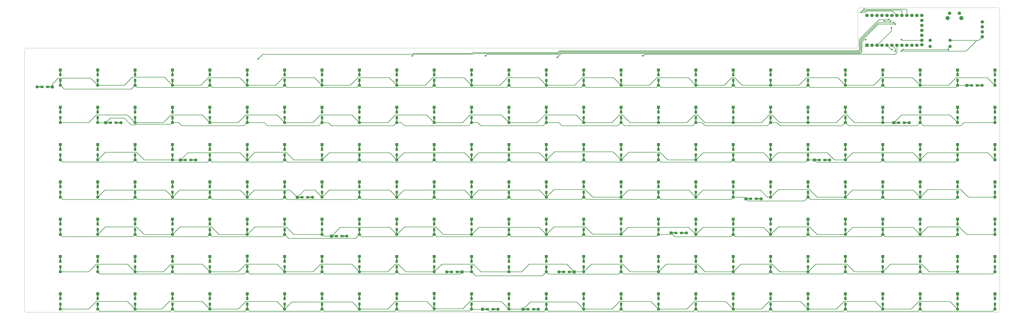
<source format=gbr>
%TF.GenerationSoftware,KiCad,Pcbnew,(6.0.5)*%
%TF.CreationDate,2022-08-07T16:14:43-07:00*%
%TF.ProjectId,Dreadnoughtus,44726561-646e-46f7-9567-687475732e6b,rev?*%
%TF.SameCoordinates,Original*%
%TF.FileFunction,Copper,L1,Top*%
%TF.FilePolarity,Positive*%
%FSLAX46Y46*%
G04 Gerber Fmt 4.6, Leading zero omitted, Abs format (unit mm)*
G04 Created by KiCad (PCBNEW (6.0.5)) date 2022-08-07 16:14:43*
%MOMM*%
%LPD*%
G01*
G04 APERTURE LIST*
%TA.AperFunction,Profile*%
%ADD10C,0.100000*%
%TD*%
%TA.AperFunction,SMDPad,CuDef*%
%ADD11R,0.500000X2.900000*%
%TD*%
%TA.AperFunction,ComponentPad*%
%ADD12R,1.600000X1.600000*%
%TD*%
%TA.AperFunction,SMDPad,CuDef*%
%ADD13R,1.200000X1.600000*%
%TD*%
%TA.AperFunction,ComponentPad*%
%ADD14C,1.600000*%
%TD*%
%TA.AperFunction,SMDPad,CuDef*%
%ADD15R,2.900000X0.500000*%
%TD*%
%TA.AperFunction,SMDPad,CuDef*%
%ADD16R,1.600000X1.200000*%
%TD*%
%TA.AperFunction,ComponentPad*%
%ADD17C,1.651000*%
%TD*%
%TA.AperFunction,ComponentPad*%
%ADD18R,1.752600X1.752600*%
%TD*%
%TA.AperFunction,ComponentPad*%
%ADD19C,1.752600*%
%TD*%
%TA.AperFunction,ComponentPad*%
%ADD20C,1.700000*%
%TD*%
%TA.AperFunction,ComponentPad*%
%ADD21O,1.700000X1.700000*%
%TD*%
%TA.AperFunction,ComponentPad*%
%ADD22C,2.100000*%
%TD*%
%TA.AperFunction,ComponentPad*%
%ADD23C,1.750000*%
%TD*%
%TA.AperFunction,ViaPad*%
%ADD24C,0.800000*%
%TD*%
%TA.AperFunction,Conductor*%
%ADD25C,0.250000*%
%TD*%
G04 APERTURE END LIST*
D10*
X519659124Y-18646947D02*
X519659124Y-172634447D01*
X518865374Y-173428197D01*
X23565374Y-173428197D01*
X22771624Y-172634447D01*
X22771624Y-39284447D01*
X23565374Y-38490697D01*
X446634124Y-38490697D01*
X447427874Y-37696947D01*
X447427874Y-18646947D01*
X448221624Y-17853197D01*
X518865374Y-17853197D01*
X519659124Y-18646947D01*
D11*
%TO.P,D80,1,A*%
%TO.N,Net-(D80-Pad1)*%
X326777874Y-108221947D03*
D12*
X326777874Y-106821947D03*
D13*
X326777874Y-109321947D03*
D11*
%TO.P,D80,2,K*%
%TO.N,Net-(D10-Pad2)*%
X326777874Y-113221947D03*
D13*
X326777874Y-112121947D03*
D14*
X326777874Y-114621947D03*
%TD*%
D13*
%TO.P,D102,1,A*%
%TO.N,Net-(D102-Pad1)*%
X231527874Y-128371947D03*
D12*
X231527874Y-125871947D03*
D11*
X231527874Y-127271947D03*
D13*
%TO.P,D102,2,K*%
%TO.N,Net-(D102-Pad2)*%
X231527874Y-131171947D03*
D14*
X231527874Y-133671947D03*
D11*
X231527874Y-132271947D03*
%TD*%
D12*
%TO.P,D178,1,A*%
%TO.N,Net-(D178-Pad1)*%
X60077874Y-106821947D03*
D11*
X60077874Y-108221947D03*
D13*
X60077874Y-109321947D03*
%TO.P,D178,2,K*%
%TO.N,Net-(D10-Pad2)*%
X60077874Y-112121947D03*
D14*
X60077874Y-114621947D03*
D11*
X60077874Y-113221947D03*
%TD*%
D12*
%TO.P,D177,1,A*%
%TO.N,Net-(D177-Pad1)*%
X60077874Y-87771947D03*
D11*
X60077874Y-89171947D03*
D13*
X60077874Y-90271947D03*
D11*
%TO.P,D177,2,K*%
%TO.N,Net-(D107-Pad2)*%
X60077874Y-94171947D03*
D13*
X60077874Y-93071947D03*
D14*
X60077874Y-95571947D03*
%TD*%
D12*
%TO.P,D140,1,A*%
%TO.N,Net-(D140-Pad1)*%
X117227874Y-49671947D03*
D13*
X117227874Y-52171947D03*
D11*
X117227874Y-51071947D03*
D13*
%TO.P,D140,2,K*%
%TO.N,Net-(D0-Pad2)*%
X117227874Y-54971947D03*
D14*
X117227874Y-57471947D03*
D11*
X117227874Y-56071947D03*
%TD*%
%TO.P,D137,1,A*%
%TO.N,Net-(D137-Pad1)*%
X174377874Y-127271947D03*
D13*
X174377874Y-128371947D03*
D12*
X174377874Y-125871947D03*
D11*
%TO.P,D137,2,K*%
%TO.N,Net-(D109-Pad2)*%
X174377874Y-132271947D03*
D13*
X174377874Y-131171947D03*
D14*
X174377874Y-133671947D03*
%TD*%
D12*
%TO.P,D212,1,A*%
%TO.N,Net-(D107-Pad2)*%
X102215374Y-95640697D03*
D15*
X103615374Y-95640697D03*
D16*
X104715374Y-95640697D03*
D15*
%TO.P,D212,2,K*%
%TO.N,row11*%
X108615374Y-95640697D03*
D14*
X110015374Y-95640697D03*
D16*
X107515374Y-95640697D03*
%TD*%
D12*
%TO.P,D62,1,A*%
%TO.N,Net-(D62-Pad1)*%
X345827874Y-163971947D03*
D13*
X345827874Y-166471947D03*
D11*
X345827874Y-165371947D03*
D14*
%TO.P,D62,2,K*%
%TO.N,Net-(D104-Pad2)*%
X345827874Y-171771947D03*
D11*
X345827874Y-170371947D03*
D13*
X345827874Y-169271947D03*
%TD*%
D11*
%TO.P,D131,1,A*%
%TO.N,Net-(D131-Pad1)*%
X155327874Y-146321947D03*
D13*
X155327874Y-147421947D03*
D12*
X155327874Y-144921947D03*
D14*
%TO.P,D131,2,K*%
%TO.N,Net-(D103-Pad2)*%
X155327874Y-152721947D03*
D13*
X155327874Y-150221947D03*
D11*
X155327874Y-151321947D03*
%TD*%
D12*
%TO.P,D153,1,A*%
%TO.N,Net-(D153-Pad1)*%
X136277874Y-163971947D03*
D11*
X136277874Y-165371947D03*
D13*
X136277874Y-166471947D03*
D11*
%TO.P,D153,2,K*%
%TO.N,Net-(D111-Pad2)*%
X136277874Y-170371947D03*
D14*
X136277874Y-171771947D03*
D13*
X136277874Y-169271947D03*
%TD*%
D11*
%TO.P,D54,1,A*%
%TO.N,Net-(D54-Pad1)*%
X402977874Y-146321947D03*
D12*
X402977874Y-144921947D03*
D13*
X402977874Y-147421947D03*
%TO.P,D54,2,K*%
%TO.N,Net-(D110-Pad2)*%
X402977874Y-150221947D03*
D11*
X402977874Y-151321947D03*
D14*
X402977874Y-152721947D03*
%TD*%
D13*
%TO.P,D129,1,A*%
%TO.N,Net-(D129-Pad1)*%
X155327874Y-109321947D03*
D11*
X155327874Y-108221947D03*
D12*
X155327874Y-106821947D03*
D14*
%TO.P,D129,2,K*%
%TO.N,Net-(D101-Pad2)*%
X155327874Y-114621947D03*
D11*
X155327874Y-113221947D03*
D13*
X155327874Y-112121947D03*
%TD*%
%TO.P,D2,1,A*%
%TO.N,Net-(D2-Pad1)*%
X498227874Y-90271947D03*
D12*
X498227874Y-87771947D03*
D11*
X498227874Y-89171947D03*
D13*
%TO.P,D2,2,K*%
%TO.N,Net-(D100-Pad2)*%
X498227874Y-93071947D03*
D14*
X498227874Y-95571947D03*
D11*
X498227874Y-94171947D03*
%TD*%
D13*
%TO.P,D52,1,A*%
%TO.N,Net-(D52-Pad1)*%
X402977874Y-109321947D03*
D11*
X402977874Y-108221947D03*
D12*
X402977874Y-106821947D03*
D14*
%TO.P,D52,2,K*%
%TO.N,Net-(D10-Pad2)*%
X402977874Y-114621947D03*
D11*
X402977874Y-113221947D03*
D13*
X402977874Y-112121947D03*
%TD*%
%TO.P,D4,1,A*%
%TO.N,Net-(D4-Pad1)*%
X498227874Y-128371947D03*
D12*
X498227874Y-125871947D03*
D11*
X498227874Y-127271947D03*
%TO.P,D4,2,K*%
%TO.N,Net-(D102-Pad2)*%
X498227874Y-132271947D03*
D14*
X498227874Y-133671947D03*
D13*
X498227874Y-131171947D03*
%TD*%
D11*
%TO.P,D90,1,A*%
%TO.N,Net-(D90-Pad1)*%
X269612568Y-165386098D03*
D13*
X269612568Y-166486098D03*
D12*
X269612568Y-163986098D03*
D13*
%TO.P,D90,2,K*%
%TO.N,Net-(D104-Pad2)*%
X269612568Y-169286098D03*
D11*
X269612568Y-170386098D03*
D14*
X269612568Y-171786098D03*
%TD*%
D12*
%TO.P,D72,1,A*%
%TO.N,Net-(D72-Pad1)*%
X307727874Y-87771947D03*
D11*
X307727874Y-89171947D03*
D13*
X307727874Y-90271947D03*
D11*
%TO.P,D72,2,K*%
%TO.N,Net-(D100-Pad2)*%
X307727874Y-94171947D03*
D13*
X307727874Y-93071947D03*
D14*
X307727874Y-95571947D03*
%TD*%
D13*
%TO.P,D139,1,A*%
%TO.N,Net-(D139-Pad1)*%
X174377874Y-166471947D03*
D12*
X174377874Y-163971947D03*
D11*
X174377874Y-165371947D03*
D14*
%TO.P,D139,2,K*%
%TO.N,Net-(D111-Pad2)*%
X174377874Y-171771947D03*
D11*
X174377874Y-170371947D03*
D13*
X174377874Y-169271947D03*
%TD*%
%TO.P,D24,1,A*%
%TO.N,Net-(D24-Pad1)*%
X479177874Y-109321947D03*
D12*
X479177874Y-106821947D03*
D11*
X479177874Y-108221947D03*
D14*
%TO.P,D24,2,K*%
%TO.N,Net-(D10-Pad2)*%
X479177874Y-114621947D03*
D11*
X479177874Y-113221947D03*
D13*
X479177874Y-112121947D03*
%TD*%
%TO.P,D157,1,A*%
%TO.N,Net-(D157-Pad1)*%
X79127874Y-109321947D03*
D12*
X79127874Y-106821947D03*
D11*
X79127874Y-108221947D03*
D14*
%TO.P,D157,2,K*%
%TO.N,Net-(D101-Pad2)*%
X79127874Y-114621947D03*
D13*
X79127874Y-112121947D03*
D11*
X79127874Y-113221947D03*
%TD*%
D13*
%TO.P,D22,1,A*%
%TO.N,Net-(D22-Pad1)*%
X479177874Y-71221947D03*
D11*
X479177874Y-70121947D03*
D12*
X479177874Y-68721947D03*
D14*
%TO.P,D22,2,K*%
%TO.N,Net-(D106-Pad2)*%
X479177874Y-76521947D03*
D11*
X479177874Y-75121947D03*
D13*
X479177874Y-74021947D03*
%TD*%
D17*
%TO.P,R0,1*%
%TO.N,SCL*%
X494461318Y-37696947D03*
%TO.P,R0,2*%
%TO.N,+5V*%
X484301318Y-37696947D03*
%TD*%
D12*
%TO.P,D1,1,A*%
%TO.N,Net-(D1-Pad1)*%
X498227874Y-68721947D03*
D11*
X498227874Y-70121947D03*
D13*
X498227874Y-71221947D03*
D11*
%TO.P,D1,2,K*%
%TO.N,Net-(D1-Pad2)*%
X498227874Y-75121947D03*
D14*
X498227874Y-76521947D03*
D13*
X498227874Y-74021947D03*
%TD*%
D12*
%TO.P,D95,1,A*%
%TO.N,Net-(D95-Pad1)*%
X288662568Y-125886098D03*
D11*
X288662568Y-127286098D03*
D13*
X288662568Y-128386098D03*
D11*
%TO.P,D95,2,K*%
%TO.N,Net-(D109-Pad2)*%
X288662568Y-132286098D03*
D14*
X288662568Y-133686098D03*
D13*
X288662568Y-131186098D03*
%TD*%
D12*
%TO.P,D147,1,A*%
%TO.N,Net-(D147-Pad1)*%
X136277874Y-49671947D03*
D11*
X136277874Y-51071947D03*
D13*
X136277874Y-52171947D03*
D11*
%TO.P,D147,2,K*%
%TO.N,Net-(D105-Pad2)*%
X136277874Y-56071947D03*
D14*
X136277874Y-57471947D03*
D13*
X136277874Y-54971947D03*
%TD*%
D12*
%TO.P,D64,1,A*%
%TO.N,Net-(D64-Pad1)*%
X364877874Y-68721947D03*
D11*
X364877874Y-70121947D03*
D13*
X364877874Y-71221947D03*
D11*
%TO.P,D64,2,K*%
%TO.N,Net-(D106-Pad2)*%
X364877874Y-75121947D03*
D13*
X364877874Y-74021947D03*
D14*
X364877874Y-76521947D03*
%TD*%
D11*
%TO.P,D70,1,A*%
%TO.N,Net-(D70-Pad1)*%
X307727874Y-51071947D03*
D13*
X307727874Y-52171947D03*
D12*
X307727874Y-49671947D03*
D14*
%TO.P,D70,2,K*%
%TO.N,Net-(D0-Pad2)*%
X307727874Y-57471947D03*
D11*
X307727874Y-56071947D03*
D13*
X307727874Y-54971947D03*
%TD*%
D12*
%TO.P,D181,1,A*%
%TO.N,Net-(D181-Pad1)*%
X60077874Y-163971947D03*
D11*
X60077874Y-165371947D03*
D13*
X60077874Y-166471947D03*
D11*
%TO.P,D181,2,K*%
%TO.N,Net-(D111-Pad2)*%
X60077874Y-170371947D03*
D13*
X60077874Y-169271947D03*
D14*
X60077874Y-171771947D03*
%TD*%
D12*
%TO.P,D47,1,A*%
%TO.N,Net-(D47-Pad1)*%
X383927874Y-144921947D03*
D11*
X383927874Y-146321947D03*
D13*
X383927874Y-147421947D03*
%TO.P,D47,2,K*%
%TO.N,Net-(D103-Pad2)*%
X383927874Y-150221947D03*
D14*
X383927874Y-152721947D03*
D11*
X383927874Y-151321947D03*
%TD*%
%TO.P,D49,1,A*%
%TO.N,Net-(D49-Pad1)*%
X402977874Y-51071947D03*
D13*
X402977874Y-52171947D03*
D12*
X402977874Y-49671947D03*
D13*
%TO.P,D49,2,K*%
%TO.N,Net-(D105-Pad2)*%
X402977874Y-54971947D03*
D11*
X402977874Y-56071947D03*
D14*
X402977874Y-57471947D03*
%TD*%
D12*
%TO.P,D63,1,A*%
%TO.N,Net-(D63-Pad1)*%
X364877874Y-49671947D03*
D11*
X364877874Y-51071947D03*
D13*
X364877874Y-52171947D03*
D14*
%TO.P,D63,2,K*%
%TO.N,Net-(D105-Pad2)*%
X364877874Y-57471947D03*
D11*
X364877874Y-56071947D03*
D13*
X364877874Y-54971947D03*
%TD*%
D11*
%TO.P,D40,1,A*%
%TO.N,Net-(D40-Pad1)*%
X441077874Y-146321947D03*
D12*
X441077874Y-144921947D03*
D13*
X441077874Y-147421947D03*
D11*
%TO.P,D40,2,K*%
%TO.N,Net-(D110-Pad2)*%
X441077874Y-151321947D03*
D13*
X441077874Y-150221947D03*
D14*
X441077874Y-152721947D03*
%TD*%
D12*
%TO.P,D132,1,A*%
%TO.N,Net-(D132-Pad1)*%
X155327874Y-163971947D03*
D13*
X155327874Y-166471947D03*
D11*
X155327874Y-165371947D03*
D14*
%TO.P,D132,2,K*%
%TO.N,Net-(D104-Pad2)*%
X155327874Y-171771947D03*
D13*
X155327874Y-169271947D03*
D11*
X155327874Y-170371947D03*
%TD*%
D12*
%TO.P,D115,1,A*%
%TO.N,Net-(D115-Pad1)*%
X193427874Y-106821947D03*
D13*
X193427874Y-109321947D03*
D11*
X193427874Y-108221947D03*
D13*
%TO.P,D115,2,K*%
%TO.N,Net-(D101-Pad2)*%
X193427874Y-112121947D03*
D11*
X193427874Y-113221947D03*
D14*
X193427874Y-114621947D03*
%TD*%
D13*
%TO.P,D16,1,A*%
%TO.N,Net-(D16-Pad1)*%
X460127874Y-90271947D03*
D12*
X460127874Y-87771947D03*
D11*
X460127874Y-89171947D03*
D13*
%TO.P,D16,2,K*%
%TO.N,Net-(D100-Pad2)*%
X460127874Y-93071947D03*
D14*
X460127874Y-95571947D03*
D11*
X460127874Y-94171947D03*
%TD*%
D13*
%TO.P,D3,1,A*%
%TO.N,Net-(D3-Pad1)*%
X498227874Y-109321947D03*
D12*
X498227874Y-106821947D03*
D11*
X498227874Y-108221947D03*
D14*
%TO.P,D3,2,K*%
%TO.N,Net-(D101-Pad2)*%
X498227874Y-114621947D03*
D13*
X498227874Y-112121947D03*
D11*
X498227874Y-113221947D03*
%TD*%
D12*
%TO.P,D55,1,A*%
%TO.N,Net-(D55-Pad1)*%
X402977874Y-163971947D03*
D13*
X402977874Y-166471947D03*
D11*
X402977874Y-165371947D03*
D14*
%TO.P,D55,2,K*%
%TO.N,Net-(D111-Pad2)*%
X402977874Y-171771947D03*
D11*
X402977874Y-170371947D03*
D13*
X402977874Y-169271947D03*
%TD*%
D11*
%TO.P,D5,1,A*%
%TO.N,Net-(D5-Pad1)*%
X498227874Y-146321947D03*
D13*
X498227874Y-147421947D03*
D12*
X498227874Y-144921947D03*
D13*
%TO.P,D5,2,K*%
%TO.N,Net-(D103-Pad2)*%
X498227874Y-150221947D03*
D14*
X498227874Y-152721947D03*
D11*
X498227874Y-151321947D03*
%TD*%
D15*
%TO.P,D214,1,A*%
%TO.N,Net-(D105-Pad2)*%
X35590374Y-58334447D03*
D12*
X36990374Y-58334447D03*
D16*
X34490374Y-58334447D03*
D14*
%TO.P,D214,2,K*%
%TO.N,row13*%
X29190374Y-58334447D03*
D16*
X31690374Y-58334447D03*
D15*
X30590374Y-58334447D03*
%TD*%
D11*
%TO.P,D31,1,A*%
%TO.N,Net-(D31-Pad1)*%
X422027874Y-108221947D03*
D13*
X422027874Y-109321947D03*
D12*
X422027874Y-106821947D03*
D13*
%TO.P,D31,2,K*%
%TO.N,Net-(D101-Pad2)*%
X422027874Y-112121947D03*
D11*
X422027874Y-113221947D03*
D14*
X422027874Y-114621947D03*
%TD*%
D13*
%TO.P,D92,1,A*%
%TO.N,Net-(D92-Pad1)*%
X288662568Y-71236098D03*
D12*
X288662568Y-68736098D03*
D11*
X288662568Y-70136098D03*
D14*
%TO.P,D92,2,K*%
%TO.N,Net-(D106-Pad2)*%
X288662568Y-76536098D03*
D13*
X288662568Y-74036098D03*
D11*
X288662568Y-75136098D03*
%TD*%
D12*
%TO.P,D36,1,A*%
%TO.N,Net-(D36-Pad1)*%
X441077874Y-68721947D03*
D11*
X441077874Y-70121947D03*
D13*
X441077874Y-71221947D03*
D14*
%TO.P,D36,2,K*%
%TO.N,Net-(D106-Pad2)*%
X441077874Y-76521947D03*
D11*
X441077874Y-75121947D03*
D13*
X441077874Y-74021947D03*
%TD*%
D12*
%TO.P,D84,1,A*%
%TO.N,Net-(D84-Pad1)*%
X269612568Y-49686098D03*
D13*
X269612568Y-52186098D03*
D11*
X269612568Y-51086098D03*
D14*
%TO.P,D84,2,K*%
%TO.N,Net-(D0-Pad2)*%
X269612568Y-57486098D03*
D11*
X269612568Y-56086098D03*
D13*
X269612568Y-54986098D03*
%TD*%
D11*
%TO.P,D67,1,A*%
%TO.N,Net-(D67-Pad1)*%
X364877874Y-127271947D03*
D13*
X364877874Y-128371947D03*
D12*
X364877874Y-125871947D03*
D13*
%TO.P,D67,2,K*%
%TO.N,Net-(D109-Pad2)*%
X364877874Y-131171947D03*
D14*
X364877874Y-133671947D03*
D11*
X364877874Y-132271947D03*
%TD*%
D13*
%TO.P,D78,1,A*%
%TO.N,Net-(D78-Pad1)*%
X326777874Y-71221947D03*
D12*
X326777874Y-68721947D03*
D11*
X326777874Y-70121947D03*
D13*
%TO.P,D78,2,K*%
%TO.N,Net-(D106-Pad2)*%
X326777874Y-74021947D03*
D11*
X326777874Y-75121947D03*
D14*
X326777874Y-76521947D03*
%TD*%
D13*
%TO.P,D27,1,A*%
%TO.N,Net-(D27-Pad1)*%
X479177874Y-166471947D03*
D11*
X479177874Y-165371947D03*
D12*
X479177874Y-163971947D03*
D11*
%TO.P,D27,2,K*%
%TO.N,Net-(D111-Pad2)*%
X479177874Y-170371947D03*
D13*
X479177874Y-169271947D03*
D14*
X479177874Y-171771947D03*
%TD*%
D11*
%TO.P,D106,1,A*%
%TO.N,Net-(D106-Pad1)*%
X250577874Y-70121947D03*
D13*
X250577874Y-71221947D03*
D12*
X250577874Y-68721947D03*
D13*
%TO.P,D106,2,K*%
%TO.N,Net-(D106-Pad2)*%
X250577874Y-74021947D03*
D11*
X250577874Y-75121947D03*
D14*
X250577874Y-76521947D03*
%TD*%
D12*
%TO.P,D165,1,A*%
%TO.N,Net-(D165-Pad1)*%
X98177874Y-125871947D03*
D13*
X98177874Y-128371947D03*
D11*
X98177874Y-127271947D03*
%TO.P,D165,2,K*%
%TO.N,Net-(D109-Pad2)*%
X98177874Y-132271947D03*
D13*
X98177874Y-131171947D03*
D14*
X98177874Y-133671947D03*
%TD*%
D13*
%TO.P,D89,1,A*%
%TO.N,Net-(D89-Pad1)*%
X269612568Y-147436098D03*
D12*
X269612568Y-144936098D03*
D11*
X269612568Y-146336098D03*
D13*
%TO.P,D89,2,K*%
%TO.N,Net-(D103-Pad2)*%
X269612568Y-150236098D03*
D11*
X269612568Y-151336098D03*
D14*
X269612568Y-152736098D03*
%TD*%
D11*
%TO.P,D96,1,A*%
%TO.N,Net-(D96-Pad1)*%
X288662568Y-146336098D03*
D13*
X288662568Y-147436098D03*
D12*
X288662568Y-144936098D03*
D13*
%TO.P,D96,2,K*%
%TO.N,Net-(D110-Pad2)*%
X288662568Y-150236098D03*
D11*
X288662568Y-151336098D03*
D14*
X288662568Y-152736098D03*
%TD*%
D11*
%TO.P,D0,1,A*%
%TO.N,Net-(D0-Pad1)*%
X498227874Y-51071947D03*
D13*
X498227874Y-52171947D03*
D12*
X498227874Y-49671947D03*
D13*
%TO.P,D0,2,K*%
%TO.N,Net-(D0-Pad2)*%
X498227874Y-54971947D03*
D14*
X498227874Y-57471947D03*
D11*
X498227874Y-56071947D03*
%TD*%
D12*
%TO.P,D108,1,A*%
%TO.N,Net-(D108-Pad1)*%
X250577874Y-106821947D03*
D13*
X250577874Y-109321947D03*
D11*
X250577874Y-108221947D03*
%TO.P,D108,2,K*%
%TO.N,Net-(D10-Pad2)*%
X250577874Y-113221947D03*
D13*
X250577874Y-112121947D03*
D14*
X250577874Y-114621947D03*
%TD*%
D13*
%TO.P,D83,1,A*%
%TO.N,Net-(D83-Pad1)*%
X326777874Y-166471947D03*
D12*
X326777874Y-163971947D03*
D11*
X326777874Y-165371947D03*
%TO.P,D83,2,K*%
%TO.N,Net-(D111-Pad2)*%
X326777874Y-170371947D03*
D13*
X326777874Y-169271947D03*
D14*
X326777874Y-171771947D03*
%TD*%
D13*
%TO.P,D28,1,A*%
%TO.N,Net-(D28-Pad1)*%
X422027874Y-52171947D03*
D12*
X422027874Y-49671947D03*
D11*
X422027874Y-51071947D03*
D13*
%TO.P,D28,2,K*%
%TO.N,Net-(D0-Pad2)*%
X422027874Y-54971947D03*
D11*
X422027874Y-56071947D03*
D14*
X422027874Y-57471947D03*
%TD*%
D15*
%TO.P,D213,1,A*%
%TO.N,Net-(D106-Pad2)*%
X65515374Y-76590697D03*
D16*
X66615374Y-76590697D03*
D12*
X64115374Y-76590697D03*
D14*
%TO.P,D213,2,K*%
%TO.N,row12*%
X71915374Y-76590697D03*
D15*
X70515374Y-76590697D03*
D16*
X69415374Y-76590697D03*
%TD*%
D11*
%TO.P,D104,1,A*%
%TO.N,Net-(D104-Pad1)*%
X231527874Y-165184447D03*
D13*
X231527874Y-166284447D03*
D12*
X231527874Y-163784447D03*
D14*
%TO.P,D104,2,K*%
%TO.N,Net-(D104-Pad2)*%
X231527874Y-171584447D03*
D13*
X231527874Y-169084447D03*
D11*
X231527874Y-170184447D03*
%TD*%
D12*
%TO.P,D125,1,A*%
%TO.N,Net-(D125-Pad1)*%
X212477874Y-163971947D03*
D13*
X212477874Y-166471947D03*
D11*
X212477874Y-165371947D03*
D13*
%TO.P,D125,2,K*%
%TO.N,Net-(D111-Pad2)*%
X212477874Y-169271947D03*
D11*
X212477874Y-170371947D03*
D14*
X212477874Y-171771947D03*
%TD*%
D12*
%TO.P,D121,1,A*%
%TO.N,Net-(D121-Pad1)*%
X212477874Y-87771947D03*
D13*
X212477874Y-90271947D03*
D11*
X212477874Y-89171947D03*
D13*
%TO.P,D121,2,K*%
%TO.N,Net-(D107-Pad2)*%
X212477874Y-93071947D03*
D14*
X212477874Y-95571947D03*
D11*
X212477874Y-94171947D03*
%TD*%
D12*
%TO.P,D23,1,A*%
%TO.N,Net-(D23-Pad1)*%
X479177874Y-87771947D03*
D13*
X479177874Y-90271947D03*
D11*
X479177874Y-89171947D03*
D14*
%TO.P,D23,2,K*%
%TO.N,Net-(D107-Pad2)*%
X479177874Y-95571947D03*
D11*
X479177874Y-94171947D03*
D13*
X479177874Y-93071947D03*
%TD*%
D18*
%TO.P,U1,1,TX0/PD3*%
%TO.N,unconnected-(U1-Pad1)*%
X452113374Y-37061947D03*
D19*
%TO.P,U1,2,RX1/PD2*%
%TO.N,unconnected-(U1-Pad2)*%
X454653374Y-37061947D03*
%TO.P,U1,3,GND*%
%TO.N,GND1*%
X457193374Y-37061947D03*
%TO.P,U1,4,GND*%
X459733374Y-37061947D03*
%TO.P,U1,5,2/PD1*%
%TO.N,SCL*%
X462273374Y-37061947D03*
%TO.P,U1,6,3/PD0*%
%TO.N,SDA*%
X464813374Y-37061947D03*
%TO.P,U1,7,4/PD4*%
%TO.N,row5*%
X467353374Y-37061947D03*
%TO.P,U1,8,5/PC6*%
%TO.N,row4*%
X469893374Y-37061947D03*
%TO.P,U1,9,6/PD7*%
%TO.N,row3*%
X472433374Y-37061947D03*
%TO.P,U1,10,7/PE6*%
%TO.N,row2*%
X474973374Y-37061947D03*
%TO.P,U1,11,8/PB4*%
%TO.N,row1*%
X477513374Y-37061947D03*
%TO.P,U1,12,9/PB5*%
%TO.N,row0*%
X480053374Y-36833347D03*
%TO.P,U1,13,10/PB6*%
%TO.N,row8*%
X480053374Y-21821947D03*
%TO.P,U1,14,16/PB2*%
%TO.N,row9*%
X477513374Y-21821947D03*
%TO.P,U1,15,14/PB3*%
%TO.N,row10*%
X474973374Y-21821947D03*
%TO.P,U1,16,15/PB1*%
%TO.N,row11*%
X472433374Y-21821947D03*
%TO.P,U1,17,A0/PF7*%
%TO.N,row12*%
X469893374Y-21821947D03*
%TO.P,U1,18,A1/PF6*%
%TO.N,row13*%
X467353374Y-21821947D03*
%TO.P,U1,19,A2/PF5*%
%TO.N,unconnected-(U1-Pad19)*%
X464813374Y-21821947D03*
%TO.P,U1,20,A3/PF4*%
%TO.N,unconnected-(U1-Pad20)*%
X462273374Y-21821947D03*
%TO.P,U1,21,VCC*%
%TO.N,+5V*%
X459733374Y-21821947D03*
%TO.P,U1,22,RST*%
%TO.N,reset*%
X457193374Y-21821947D03*
%TO.P,U1,23,GND*%
%TO.N,GND1*%
X454653374Y-21821947D03*
%TO.P,U1,24,B0*%
%TO.N,unconnected-(U1-Pad24)*%
X452113374Y-21821947D03*
%TO.P,U1,25,B7*%
%TO.N,row6*%
X480053374Y-34521947D03*
%TO.P,U1,26,D5*%
%TO.N,unconnected-(U1-Pad26)*%
X480053374Y-31981947D03*
%TO.P,U1,27,C7*%
%TO.N,unconnected-(U1-Pad27)*%
X480053374Y-29441947D03*
%TO.P,U1,28,F1*%
%TO.N,unconnected-(U1-Pad28)*%
X480053374Y-26901947D03*
%TO.P,U1,29,F0*%
%TO.N,row7*%
X480053374Y-24361947D03*
%TD*%
D13*
%TO.P,D117,1,A*%
%TO.N,Net-(D117-Pad1)*%
X193427874Y-147421947D03*
D11*
X193427874Y-146321947D03*
D12*
X193427874Y-144921947D03*
D11*
%TO.P,D117,2,K*%
%TO.N,Net-(D103-Pad2)*%
X193427874Y-151321947D03*
D14*
X193427874Y-152721947D03*
D13*
X193427874Y-150221947D03*
%TD*%
D12*
%TO.P,D8,1,A*%
%TO.N,Net-(D8-Pad1)*%
X517277874Y-68721947D03*
D13*
X517277874Y-71221947D03*
D11*
X517277874Y-70121947D03*
D14*
%TO.P,D8,2,K*%
%TO.N,Net-(D106-Pad2)*%
X517277874Y-76521947D03*
D11*
X517277874Y-75121947D03*
D13*
X517277874Y-74021947D03*
%TD*%
%TO.P,D33,1,A*%
%TO.N,Net-(D33-Pad1)*%
X422027874Y-147421947D03*
D11*
X422027874Y-146321947D03*
D12*
X422027874Y-144921947D03*
D11*
%TO.P,D33,2,K*%
%TO.N,Net-(D103-Pad2)*%
X422027874Y-151321947D03*
D14*
X422027874Y-152721947D03*
D13*
X422027874Y-150221947D03*
%TD*%
D12*
%TO.P,D35,1,A*%
%TO.N,Net-(D35-Pad1)*%
X441077874Y-49671947D03*
D13*
X441077874Y-52171947D03*
D11*
X441077874Y-51071947D03*
D14*
%TO.P,D35,2,K*%
%TO.N,Net-(D105-Pad2)*%
X441077874Y-57471947D03*
D13*
X441077874Y-54971947D03*
D11*
X441077874Y-56071947D03*
%TD*%
%TO.P,D164,1,A*%
%TO.N,Net-(D164-Pad1)*%
X98177874Y-108221947D03*
D12*
X98177874Y-106821947D03*
D13*
X98177874Y-109321947D03*
D14*
%TO.P,D164,2,K*%
%TO.N,Net-(D10-Pad2)*%
X98177874Y-114621947D03*
D11*
X98177874Y-113221947D03*
D13*
X98177874Y-112121947D03*
%TD*%
D11*
%TO.P,D19,1,A*%
%TO.N,Net-(D19-Pad1)*%
X460127874Y-146321947D03*
D13*
X460127874Y-147421947D03*
D12*
X460127874Y-144921947D03*
D14*
%TO.P,D19,2,K*%
%TO.N,Net-(D103-Pad2)*%
X460127874Y-152721947D03*
D13*
X460127874Y-150221947D03*
D11*
X460127874Y-151321947D03*
%TD*%
%TO.P,D174,1,A*%
%TO.N,Net-(D174-Pad1)*%
X41027874Y-165371947D03*
D13*
X41027874Y-166471947D03*
D12*
X41027874Y-163971947D03*
D14*
%TO.P,D174,2,K*%
%TO.N,Net-(D104-Pad2)*%
X41027874Y-171771947D03*
D13*
X41027874Y-169271947D03*
D11*
X41027874Y-170371947D03*
%TD*%
D12*
%TO.P,D202,1,A*%
%TO.N,Net-(D1-Pad2)*%
X465752874Y-76590697D03*
D16*
X468252874Y-76590697D03*
D15*
X467152874Y-76590697D03*
D14*
%TO.P,D202,2,K*%
%TO.N,row1*%
X473552874Y-76590697D03*
D15*
X472152874Y-76590697D03*
D16*
X471052874Y-76590697D03*
%TD*%
D12*
%TO.P,D161,1,A*%
%TO.N,Net-(D161-Pad1)*%
X98177874Y-49671947D03*
D13*
X98177874Y-52171947D03*
D11*
X98177874Y-51071947D03*
%TO.P,D161,2,K*%
%TO.N,Net-(D105-Pad2)*%
X98177874Y-56071947D03*
D14*
X98177874Y-57471947D03*
D13*
X98177874Y-54971947D03*
%TD*%
%TO.P,D38,1,A*%
%TO.N,Net-(D38-Pad1)*%
X441077874Y-109321947D03*
D12*
X441077874Y-106821947D03*
D11*
X441077874Y-108221947D03*
D13*
%TO.P,D38,2,K*%
%TO.N,Net-(D10-Pad2)*%
X441077874Y-112121947D03*
D14*
X441077874Y-114621947D03*
D11*
X441077874Y-113221947D03*
%TD*%
%TO.P,D101,1,A*%
%TO.N,Net-(D101-Pad1)*%
X231527874Y-108221947D03*
D13*
X231527874Y-109321947D03*
D12*
X231527874Y-106821947D03*
D13*
%TO.P,D101,2,K*%
%TO.N,Net-(D101-Pad2)*%
X231527874Y-112121947D03*
D11*
X231527874Y-113221947D03*
D14*
X231527874Y-114621947D03*
%TD*%
D13*
%TO.P,D65,1,A*%
%TO.N,Net-(D65-Pad1)*%
X364877874Y-90271947D03*
D12*
X364877874Y-87771947D03*
D11*
X364877874Y-89171947D03*
D13*
%TO.P,D65,2,K*%
%TO.N,Net-(D107-Pad2)*%
X364877874Y-93071947D03*
D14*
X364877874Y-95571947D03*
D11*
X364877874Y-94171947D03*
%TD*%
%TO.P,D136,1,A*%
%TO.N,Net-(D136-Pad1)*%
X174377874Y-108221947D03*
D13*
X174377874Y-109321947D03*
D12*
X174377874Y-106821947D03*
D11*
%TO.P,D136,2,K*%
%TO.N,Net-(D10-Pad2)*%
X174377874Y-113221947D03*
D13*
X174377874Y-112121947D03*
D14*
X174377874Y-114621947D03*
%TD*%
D11*
%TO.P,D122,1,A*%
%TO.N,Net-(D122-Pad1)*%
X212477874Y-108221947D03*
D13*
X212477874Y-109321947D03*
D12*
X212477874Y-106821947D03*
D14*
%TO.P,D122,2,K*%
%TO.N,Net-(D10-Pad2)*%
X212477874Y-114621947D03*
D13*
X212477874Y-112121947D03*
D11*
X212477874Y-113221947D03*
%TD*%
%TO.P,D59,1,A*%
%TO.N,Net-(D59-Pad1)*%
X345827874Y-108221947D03*
D12*
X345827874Y-106821947D03*
D13*
X345827874Y-109321947D03*
%TO.P,D59,2,K*%
%TO.N,Net-(D101-Pad2)*%
X345827874Y-112121947D03*
D14*
X345827874Y-114621947D03*
D11*
X345827874Y-113221947D03*
%TD*%
%TO.P,D172,1,A*%
%TO.N,Net-(D172-Pad1)*%
X41027874Y-127271947D03*
D13*
X41027874Y-128371947D03*
D12*
X41027874Y-125871947D03*
D13*
%TO.P,D172,2,K*%
%TO.N,Net-(D102-Pad2)*%
X41027874Y-131171947D03*
D11*
X41027874Y-132271947D03*
D14*
X41027874Y-133671947D03*
%TD*%
D12*
%TO.P,D32,1,A*%
%TO.N,Net-(D32-Pad1)*%
X422027874Y-125871947D03*
D11*
X422027874Y-127271947D03*
D13*
X422027874Y-128371947D03*
%TO.P,D32,2,K*%
%TO.N,Net-(D102-Pad2)*%
X422027874Y-131171947D03*
D11*
X422027874Y-132271947D03*
D14*
X422027874Y-133671947D03*
%TD*%
D13*
%TO.P,D155,1,A*%
%TO.N,Net-(D155-Pad1)*%
X79127874Y-71221947D03*
D12*
X79127874Y-68721947D03*
D11*
X79127874Y-70121947D03*
D13*
%TO.P,D155,2,K*%
%TO.N,Net-(D1-Pad2)*%
X79127874Y-74021947D03*
D11*
X79127874Y-75121947D03*
D14*
X79127874Y-76521947D03*
%TD*%
D13*
%TO.P,D76,1,A*%
%TO.N,Net-(D76-Pad1)*%
X307727874Y-166471947D03*
D11*
X307727874Y-165371947D03*
D12*
X307727874Y-163971947D03*
D14*
%TO.P,D76,2,K*%
%TO.N,Net-(D104-Pad2)*%
X307727874Y-171771947D03*
D13*
X307727874Y-169271947D03*
D11*
X307727874Y-170371947D03*
%TD*%
D12*
%TO.P,D94,1,A*%
%TO.N,Net-(D94-Pad1)*%
X288662568Y-106836098D03*
D13*
X288662568Y-109336098D03*
D11*
X288662568Y-108236098D03*
%TO.P,D94,2,K*%
%TO.N,Net-(D10-Pad2)*%
X288662568Y-113236098D03*
D13*
X288662568Y-112136098D03*
D14*
X288662568Y-114636098D03*
%TD*%
D11*
%TO.P,D168,1,A*%
%TO.N,Net-(D168-Pad1)*%
X41027874Y-51071947D03*
D13*
X41027874Y-52171947D03*
D12*
X41027874Y-49671947D03*
D14*
%TO.P,D168,2,K*%
%TO.N,Net-(D0-Pad2)*%
X41027874Y-57471947D03*
D13*
X41027874Y-54971947D03*
D11*
X41027874Y-56071947D03*
%TD*%
D13*
%TO.P,D171,1,A*%
%TO.N,Net-(D171-Pad1)*%
X41027874Y-109321947D03*
D11*
X41027874Y-108221947D03*
D12*
X41027874Y-106821947D03*
D11*
%TO.P,D171,2,K*%
%TO.N,Net-(D101-Pad2)*%
X41027874Y-113221947D03*
D14*
X41027874Y-114621947D03*
D13*
X41027874Y-112121947D03*
%TD*%
D11*
%TO.P,D93,1,A*%
%TO.N,Net-(D93-Pad1)*%
X288662568Y-89186098D03*
D13*
X288662568Y-90286098D03*
D12*
X288662568Y-87786098D03*
D11*
%TO.P,D93,2,K*%
%TO.N,Net-(D107-Pad2)*%
X288662568Y-94186098D03*
D14*
X288662568Y-95586098D03*
D13*
X288662568Y-93086098D03*
%TD*%
%TO.P,D113,1,A*%
%TO.N,Net-(D113-Pad1)*%
X193427874Y-71221947D03*
D11*
X193427874Y-70121947D03*
D12*
X193427874Y-68721947D03*
D13*
%TO.P,D113,2,K*%
%TO.N,Net-(D1-Pad2)*%
X193427874Y-74021947D03*
D14*
X193427874Y-76521947D03*
D11*
X193427874Y-75121947D03*
%TD*%
D13*
%TO.P,D130,1,A*%
%TO.N,Net-(D130-Pad1)*%
X155327874Y-128371947D03*
D11*
X155327874Y-127271947D03*
D12*
X155327874Y-125871947D03*
D14*
%TO.P,D130,2,K*%
%TO.N,Net-(D102-Pad2)*%
X155327874Y-133671947D03*
D13*
X155327874Y-131171947D03*
D11*
X155327874Y-132271947D03*
%TD*%
D13*
%TO.P,D91,1,A*%
%TO.N,Net-(D91-Pad1)*%
X288662568Y-52186098D03*
D11*
X288662568Y-51086098D03*
D12*
X288662568Y-49686098D03*
D13*
%TO.P,D91,2,K*%
%TO.N,Net-(D105-Pad2)*%
X288662568Y-54986098D03*
D11*
X288662568Y-56086098D03*
D14*
X288662568Y-57486098D03*
%TD*%
D11*
%TO.P,D111,1,A*%
%TO.N,Net-(D111-Pad1)*%
X250577874Y-165371947D03*
D12*
X250577874Y-163971947D03*
D13*
X250577874Y-166471947D03*
D11*
%TO.P,D111,2,K*%
%TO.N,Net-(D111-Pad2)*%
X250577874Y-170371947D03*
D14*
X250577874Y-171771947D03*
D13*
X250577874Y-169271947D03*
%TD*%
%TO.P,D123,1,A*%
%TO.N,Net-(D123-Pad1)*%
X212477874Y-128371947D03*
D12*
X212477874Y-125871947D03*
D11*
X212477874Y-127271947D03*
%TO.P,D123,2,K*%
%TO.N,Net-(D109-Pad2)*%
X212477874Y-132271947D03*
D13*
X212477874Y-131171947D03*
D14*
X212477874Y-133671947D03*
%TD*%
D12*
%TO.P,D179,1,A*%
%TO.N,Net-(D179-Pad1)*%
X60077874Y-125871947D03*
D13*
X60077874Y-128371947D03*
D11*
X60077874Y-127271947D03*
%TO.P,D179,2,K*%
%TO.N,Net-(D109-Pad2)*%
X60077874Y-132271947D03*
D14*
X60077874Y-133671947D03*
D13*
X60077874Y-131171947D03*
%TD*%
D16*
%TO.P,D209,1,A*%
%TO.N,Net-(D110-Pad2)*%
X243246624Y-152790697D03*
D12*
X245746624Y-152790697D03*
D15*
X244346624Y-152790697D03*
%TO.P,D209,2,K*%
%TO.N,row8*%
X239346624Y-152790697D03*
D14*
X237946624Y-152790697D03*
D16*
X240446624Y-152790697D03*
%TD*%
D13*
%TO.P,D112,1,A*%
%TO.N,Net-(D112-Pad1)*%
X193427874Y-52171947D03*
D11*
X193427874Y-51071947D03*
D12*
X193427874Y-49671947D03*
D14*
%TO.P,D112,2,K*%
%TO.N,Net-(D0-Pad2)*%
X193427874Y-57471947D03*
D13*
X193427874Y-54971947D03*
D11*
X193427874Y-56071947D03*
%TD*%
D12*
%TO.P,D150,1,A*%
%TO.N,Net-(D150-Pad1)*%
X136277874Y-106821947D03*
D11*
X136277874Y-108221947D03*
D13*
X136277874Y-109321947D03*
D11*
%TO.P,D150,2,K*%
%TO.N,Net-(D10-Pad2)*%
X136277874Y-113221947D03*
D13*
X136277874Y-112121947D03*
D14*
X136277874Y-114621947D03*
%TD*%
D13*
%TO.P,D15,1,A*%
%TO.N,Net-(D15-Pad1)*%
X460127874Y-71221947D03*
D12*
X460127874Y-68721947D03*
D11*
X460127874Y-70121947D03*
D13*
%TO.P,D15,2,K*%
%TO.N,Net-(D1-Pad2)*%
X460127874Y-74021947D03*
D14*
X460127874Y-76521947D03*
D11*
X460127874Y-75121947D03*
%TD*%
D12*
%TO.P,D86,1,A*%
%TO.N,Net-(D86-Pad1)*%
X269612568Y-87786098D03*
D13*
X269612568Y-90286098D03*
D11*
X269612568Y-89186098D03*
D13*
%TO.P,D86,2,K*%
%TO.N,Net-(D100-Pad2)*%
X269612568Y-93086098D03*
D11*
X269612568Y-94186098D03*
D14*
X269612568Y-95586098D03*
%TD*%
D16*
%TO.P,D201,1,A*%
%TO.N,Net-(D0-Pad2)*%
X505440374Y-57540697D03*
D15*
X504340374Y-57540697D03*
D12*
X502940374Y-57540697D03*
D15*
%TO.P,D201,2,K*%
%TO.N,row0*%
X509340374Y-57540697D03*
D14*
X510740374Y-57540697D03*
D16*
X508240374Y-57540697D03*
%TD*%
D11*
%TO.P,D73,1,A*%
%TO.N,Net-(D73-Pad1)*%
X307727874Y-108221947D03*
D12*
X307727874Y-106821947D03*
D13*
X307727874Y-109321947D03*
%TO.P,D73,2,K*%
%TO.N,Net-(D101-Pad2)*%
X307727874Y-112121947D03*
D14*
X307727874Y-114621947D03*
D11*
X307727874Y-113221947D03*
%TD*%
D12*
%TO.P,D75,1,A*%
%TO.N,Net-(D75-Pad1)*%
X307727874Y-144921947D03*
D13*
X307727874Y-147421947D03*
D11*
X307727874Y-146321947D03*
%TO.P,D75,2,K*%
%TO.N,Net-(D103-Pad2)*%
X307727874Y-151321947D03*
D13*
X307727874Y-150221947D03*
D14*
X307727874Y-152721947D03*
%TD*%
D12*
%TO.P,D206,1,A*%
%TO.N,Net-(D103-Pad2)*%
X302896624Y-152790697D03*
D16*
X300396624Y-152790697D03*
D15*
X301496624Y-152790697D03*
D14*
%TO.P,D206,2,K*%
%TO.N,row5*%
X295096624Y-152790697D03*
D15*
X296496624Y-152790697D03*
D16*
X297596624Y-152790697D03*
%TD*%
D13*
%TO.P,D133,1,A*%
%TO.N,Net-(D133-Pad1)*%
X174377874Y-52171947D03*
D11*
X174377874Y-51071947D03*
D12*
X174377874Y-49671947D03*
D13*
%TO.P,D133,2,K*%
%TO.N,Net-(D105-Pad2)*%
X174377874Y-54971947D03*
D14*
X174377874Y-57471947D03*
D11*
X174377874Y-56071947D03*
%TD*%
D12*
%TO.P,D13,1,A*%
%TO.N,Net-(D13-Pad1)*%
X517277874Y-163971947D03*
D13*
X517277874Y-166471947D03*
D11*
X517277874Y-165371947D03*
D13*
%TO.P,D13,2,K*%
%TO.N,Net-(D111-Pad2)*%
X517277874Y-169271947D03*
D11*
X517277874Y-170371947D03*
D14*
X517277874Y-171771947D03*
%TD*%
D11*
%TO.P,D126,1,A*%
%TO.N,Net-(D126-Pad1)*%
X155327874Y-51071947D03*
D12*
X155327874Y-49671947D03*
D13*
X155327874Y-52171947D03*
%TO.P,D126,2,K*%
%TO.N,Net-(D0-Pad2)*%
X155327874Y-54971947D03*
D14*
X155327874Y-57471947D03*
D11*
X155327874Y-56071947D03*
%TD*%
D12*
%TO.P,D12,1,A*%
%TO.N,Net-(D12-Pad1)*%
X517277874Y-144921947D03*
D11*
X517277874Y-146321947D03*
D13*
X517277874Y-147421947D03*
D11*
%TO.P,D12,2,K*%
%TO.N,Net-(D110-Pad2)*%
X517277874Y-151321947D03*
D14*
X517277874Y-152721947D03*
D13*
X517277874Y-150221947D03*
%TD*%
D11*
%TO.P,D105,1,A*%
%TO.N,Net-(D105-Pad1)*%
X250577874Y-51071947D03*
D13*
X250577874Y-52171947D03*
D12*
X250577874Y-49671947D03*
D14*
%TO.P,D105,2,K*%
%TO.N,Net-(D105-Pad2)*%
X250577874Y-57471947D03*
D13*
X250577874Y-54971947D03*
D11*
X250577874Y-56071947D03*
%TD*%
D12*
%TO.P,D79,1,A*%
%TO.N,Net-(D79-Pad1)*%
X326777874Y-87771947D03*
D11*
X326777874Y-89171947D03*
D13*
X326777874Y-90271947D03*
D14*
%TO.P,D79,2,K*%
%TO.N,Net-(D107-Pad2)*%
X326777874Y-95571947D03*
D11*
X326777874Y-94171947D03*
D13*
X326777874Y-93071947D03*
%TD*%
D12*
%TO.P,D148,1,A*%
%TO.N,Net-(D148-Pad1)*%
X136277874Y-68721947D03*
D13*
X136277874Y-71221947D03*
D11*
X136277874Y-70121947D03*
D13*
%TO.P,D148,2,K*%
%TO.N,Net-(D106-Pad2)*%
X136277874Y-74021947D03*
D11*
X136277874Y-75121947D03*
D14*
X136277874Y-76521947D03*
%TD*%
D11*
%TO.P,D74,1,A*%
%TO.N,Net-(D74-Pad1)*%
X307727874Y-127271947D03*
D12*
X307727874Y-125871947D03*
D13*
X307727874Y-128371947D03*
%TO.P,D74,2,K*%
%TO.N,Net-(D102-Pad2)*%
X307727874Y-131171947D03*
D11*
X307727874Y-132271947D03*
D14*
X307727874Y-133671947D03*
%TD*%
D11*
%TO.P,D166,1,A*%
%TO.N,Net-(D166-Pad1)*%
X98177874Y-146321947D03*
D13*
X98177874Y-147421947D03*
D12*
X98177874Y-144921947D03*
D13*
%TO.P,D166,2,K*%
%TO.N,Net-(D110-Pad2)*%
X98177874Y-150221947D03*
D11*
X98177874Y-151321947D03*
D14*
X98177874Y-152721947D03*
%TD*%
D13*
%TO.P,D156,1,A*%
%TO.N,Net-(D156-Pad1)*%
X79127874Y-90271947D03*
D12*
X79127874Y-87771947D03*
D11*
X79127874Y-89171947D03*
%TO.P,D156,2,K*%
%TO.N,Net-(D100-Pad2)*%
X79127874Y-94171947D03*
D13*
X79127874Y-93071947D03*
D14*
X79127874Y-95571947D03*
%TD*%
D12*
%TO.P,D149,1,A*%
%TO.N,Net-(D149-Pad1)*%
X136277874Y-87771947D03*
D13*
X136277874Y-90271947D03*
D11*
X136277874Y-89171947D03*
D13*
%TO.P,D149,2,K*%
%TO.N,Net-(D107-Pad2)*%
X136277874Y-93071947D03*
D11*
X136277874Y-94171947D03*
D14*
X136277874Y-95571947D03*
%TD*%
D11*
%TO.P,D53,1,A*%
%TO.N,Net-(D53-Pad1)*%
X402977874Y-127271947D03*
D12*
X402977874Y-125871947D03*
D13*
X402977874Y-128371947D03*
%TO.P,D53,2,K*%
%TO.N,Net-(D109-Pad2)*%
X402977874Y-131171947D03*
D11*
X402977874Y-132271947D03*
D14*
X402977874Y-133671947D03*
%TD*%
D12*
%TO.P,D30,1,A*%
%TO.N,Net-(D30-Pad1)*%
X422027874Y-87771947D03*
D11*
X422027874Y-89171947D03*
D13*
X422027874Y-90271947D03*
%TO.P,D30,2,K*%
%TO.N,Net-(D100-Pad2)*%
X422027874Y-93071947D03*
D11*
X422027874Y-94171947D03*
D14*
X422027874Y-95571947D03*
%TD*%
D13*
%TO.P,D98,1,A*%
%TO.N,Net-(D98-Pad1)*%
X231527874Y-52171947D03*
D12*
X231527874Y-49671947D03*
D11*
X231527874Y-51071947D03*
D14*
%TO.P,D98,2,K*%
%TO.N,Net-(D0-Pad2)*%
X231527874Y-57471947D03*
D13*
X231527874Y-54971947D03*
D11*
X231527874Y-56071947D03*
%TD*%
D12*
%TO.P,D39,1,A*%
%TO.N,Net-(D39-Pad1)*%
X441077874Y-125871947D03*
D11*
X441077874Y-127271947D03*
D13*
X441077874Y-128371947D03*
%TO.P,D39,2,K*%
%TO.N,Net-(D109-Pad2)*%
X441077874Y-131171947D03*
D14*
X441077874Y-133671947D03*
D11*
X441077874Y-132271947D03*
%TD*%
%TO.P,D134,1,A*%
%TO.N,Net-(D134-Pad1)*%
X174377874Y-70121947D03*
D12*
X174377874Y-68721947D03*
D13*
X174377874Y-71221947D03*
D14*
%TO.P,D134,2,K*%
%TO.N,Net-(D106-Pad2)*%
X174377874Y-76521947D03*
D13*
X174377874Y-74021947D03*
D11*
X174377874Y-75121947D03*
%TD*%
D13*
%TO.P,D176,1,A*%
%TO.N,Net-(D176-Pad1)*%
X60077874Y-71221947D03*
D12*
X60077874Y-68721947D03*
D11*
X60077874Y-70121947D03*
%TO.P,D176,2,K*%
%TO.N,Net-(D106-Pad2)*%
X60077874Y-75121947D03*
D14*
X60077874Y-76521947D03*
D13*
X60077874Y-74021947D03*
%TD*%
D16*
%TO.P,D210,1,A*%
%TO.N,Net-(D109-Pad2)*%
X181709124Y-134534447D03*
D12*
X179209124Y-134534447D03*
D15*
X180609124Y-134534447D03*
D14*
%TO.P,D210,2,K*%
%TO.N,row9*%
X187009124Y-134534447D03*
D16*
X184509124Y-134534447D03*
D15*
X185609124Y-134534447D03*
%TD*%
D13*
%TO.P,D158,1,A*%
%TO.N,Net-(D158-Pad1)*%
X79127874Y-128371947D03*
D12*
X79127874Y-125871947D03*
D11*
X79127874Y-127271947D03*
D13*
%TO.P,D158,2,K*%
%TO.N,Net-(D102-Pad2)*%
X79127874Y-131171947D03*
D11*
X79127874Y-132271947D03*
D14*
X79127874Y-133671947D03*
%TD*%
D11*
%TO.P,D69,1,A*%
%TO.N,Net-(D69-Pad1)*%
X364877874Y-165371947D03*
D13*
X364877874Y-166471947D03*
D12*
X364877874Y-163971947D03*
D14*
%TO.P,D69,2,K*%
%TO.N,Net-(D111-Pad2)*%
X364877874Y-171771947D03*
D13*
X364877874Y-169271947D03*
D11*
X364877874Y-170371947D03*
%TD*%
D12*
%TO.P,D99,1,A*%
%TO.N,Net-(D99-Pad1)*%
X231527874Y-68721947D03*
D13*
X231527874Y-71221947D03*
D11*
X231527874Y-70121947D03*
D13*
%TO.P,D99,2,K*%
%TO.N,Net-(D1-Pad2)*%
X231527874Y-74021947D03*
D14*
X231527874Y-76521947D03*
D11*
X231527874Y-75121947D03*
%TD*%
D13*
%TO.P,D144,1,A*%
%TO.N,Net-(D144-Pad1)*%
X117227874Y-128371947D03*
D11*
X117227874Y-127271947D03*
D12*
X117227874Y-125871947D03*
D14*
%TO.P,D144,2,K*%
%TO.N,Net-(D102-Pad2)*%
X117227874Y-133671947D03*
D11*
X117227874Y-132271947D03*
D13*
X117227874Y-131171947D03*
%TD*%
D12*
%TO.P,D109,1,A*%
%TO.N,Net-(D109-Pad1)*%
X250577874Y-125871947D03*
D13*
X250577874Y-128371947D03*
D11*
X250577874Y-127271947D03*
%TO.P,D109,2,K*%
%TO.N,Net-(D109-Pad2)*%
X250577874Y-132271947D03*
D14*
X250577874Y-133671947D03*
D13*
X250577874Y-131171947D03*
%TD*%
%TO.P,D7,1,A*%
%TO.N,Net-(D7-Pad1)*%
X517277874Y-52171947D03*
D12*
X517277874Y-49671947D03*
D11*
X517277874Y-51071947D03*
D13*
%TO.P,D7,2,K*%
%TO.N,Net-(D105-Pad2)*%
X517277874Y-54971947D03*
D11*
X517277874Y-56071947D03*
D14*
X517277874Y-57471947D03*
%TD*%
D12*
%TO.P,D14,1,A*%
%TO.N,Net-(D14-Pad1)*%
X460127874Y-49671947D03*
D11*
X460127874Y-51071947D03*
D13*
X460127874Y-52171947D03*
D14*
%TO.P,D14,2,K*%
%TO.N,Net-(D0-Pad2)*%
X460127874Y-57471947D03*
D13*
X460127874Y-54971947D03*
D11*
X460127874Y-56071947D03*
%TD*%
D13*
%TO.P,D26,1,A*%
%TO.N,Net-(D26-Pad1)*%
X479177874Y-147421947D03*
D12*
X479177874Y-144921947D03*
D11*
X479177874Y-146321947D03*
D13*
%TO.P,D26,2,K*%
%TO.N,Net-(D110-Pad2)*%
X479177874Y-150221947D03*
D14*
X479177874Y-152721947D03*
D11*
X479177874Y-151321947D03*
%TD*%
D12*
%TO.P,D71,1,A*%
%TO.N,Net-(D71-Pad1)*%
X307727874Y-68721947D03*
D11*
X307727874Y-70121947D03*
D13*
X307727874Y-71221947D03*
%TO.P,D71,2,K*%
%TO.N,Net-(D1-Pad2)*%
X307727874Y-74021947D03*
D11*
X307727874Y-75121947D03*
D14*
X307727874Y-76521947D03*
%TD*%
D12*
%TO.P,D143,1,A*%
%TO.N,Net-(D143-Pad1)*%
X117227874Y-106821947D03*
D11*
X117227874Y-108221947D03*
D13*
X117227874Y-109321947D03*
D14*
%TO.P,D143,2,K*%
%TO.N,Net-(D101-Pad2)*%
X117227874Y-114621947D03*
D11*
X117227874Y-113221947D03*
D13*
X117227874Y-112121947D03*
%TD*%
%TO.P,D118,1,A*%
%TO.N,Net-(D118-Pad1)*%
X193427874Y-166471947D03*
D11*
X193427874Y-165371947D03*
D12*
X193427874Y-163971947D03*
D13*
%TO.P,D118,2,K*%
%TO.N,Net-(D104-Pad2)*%
X193427874Y-169271947D03*
D11*
X193427874Y-170371947D03*
D14*
X193427874Y-171771947D03*
%TD*%
D12*
%TO.P,D211,1,A*%
%TO.N,Net-(D10-Pad2)*%
X161746624Y-114690697D03*
D15*
X163146624Y-114690697D03*
D16*
X164246624Y-114690697D03*
D15*
%TO.P,D211,2,K*%
%TO.N,row10*%
X168146624Y-114690697D03*
D14*
X169546624Y-114690697D03*
D16*
X167046624Y-114690697D03*
%TD*%
D11*
%TO.P,D45,1,A*%
%TO.N,Net-(D45-Pad1)*%
X383927874Y-108221947D03*
D13*
X383927874Y-109321947D03*
D12*
X383927874Y-106821947D03*
D11*
%TO.P,D45,2,K*%
%TO.N,Net-(D101-Pad2)*%
X383927874Y-113221947D03*
D14*
X383927874Y-114621947D03*
D13*
X383927874Y-112121947D03*
%TD*%
%TO.P,D60,1,A*%
%TO.N,Net-(D60-Pad1)*%
X345827874Y-128371947D03*
D11*
X345827874Y-127271947D03*
D12*
X345827874Y-125871947D03*
D14*
%TO.P,D60,2,K*%
%TO.N,Net-(D102-Pad2)*%
X345827874Y-133671947D03*
D11*
X345827874Y-132271947D03*
D13*
X345827874Y-131171947D03*
%TD*%
D12*
%TO.P,D120,1,A*%
%TO.N,Net-(D120-Pad1)*%
X212477874Y-68721947D03*
D11*
X212477874Y-70121947D03*
D13*
X212477874Y-71221947D03*
D14*
%TO.P,D120,2,K*%
%TO.N,Net-(D106-Pad2)*%
X212477874Y-76521947D03*
D13*
X212477874Y-74021947D03*
D11*
X212477874Y-75121947D03*
%TD*%
%TO.P,D159,1,A*%
%TO.N,Net-(D159-Pad1)*%
X79127874Y-146321947D03*
D13*
X79127874Y-147421947D03*
D12*
X79127874Y-144921947D03*
D14*
%TO.P,D159,2,K*%
%TO.N,Net-(D103-Pad2)*%
X79127874Y-152721947D03*
D13*
X79127874Y-150221947D03*
D11*
X79127874Y-151321947D03*
%TD*%
D13*
%TO.P,D10,1,A*%
%TO.N,Net-(D10-Pad1)*%
X517277874Y-109321947D03*
D12*
X517277874Y-106821947D03*
D11*
X517277874Y-108221947D03*
D13*
%TO.P,D10,2,K*%
%TO.N,Net-(D10-Pad2)*%
X517277874Y-112121947D03*
D14*
X517277874Y-114621947D03*
D11*
X517277874Y-113221947D03*
%TD*%
%TO.P,D103,1,A*%
%TO.N,Net-(D103-Pad1)*%
X231527874Y-146321947D03*
D13*
X231527874Y-147421947D03*
D12*
X231527874Y-144921947D03*
D13*
%TO.P,D103,2,K*%
%TO.N,Net-(D103-Pad2)*%
X231527874Y-150221947D03*
D14*
X231527874Y-152721947D03*
D11*
X231527874Y-151321947D03*
%TD*%
%TO.P,D116,1,A*%
%TO.N,Net-(D116-Pad1)*%
X193427874Y-127271947D03*
D13*
X193427874Y-128371947D03*
D12*
X193427874Y-125871947D03*
D13*
%TO.P,D116,2,K*%
%TO.N,Net-(D102-Pad2)*%
X193427874Y-131171947D03*
D11*
X193427874Y-132271947D03*
D14*
X193427874Y-133671947D03*
%TD*%
D11*
%TO.P,D25,1,A*%
%TO.N,Net-(D25-Pad1)*%
X479177874Y-127271947D03*
D13*
X479177874Y-128371947D03*
D12*
X479177874Y-125871947D03*
D11*
%TO.P,D25,2,K*%
%TO.N,Net-(D109-Pad2)*%
X479177874Y-132271947D03*
D14*
X479177874Y-133671947D03*
D13*
X479177874Y-131171947D03*
%TD*%
%TO.P,D145,1,A*%
%TO.N,Net-(D145-Pad1)*%
X117227874Y-147421947D03*
D11*
X117227874Y-146321947D03*
D12*
X117227874Y-144921947D03*
D13*
%TO.P,D145,2,K*%
%TO.N,Net-(D103-Pad2)*%
X117227874Y-150221947D03*
D11*
X117227874Y-151321947D03*
D14*
X117227874Y-152721947D03*
%TD*%
D13*
%TO.P,D50,1,A*%
%TO.N,Net-(D50-Pad1)*%
X402977874Y-71221947D03*
D12*
X402977874Y-68721947D03*
D11*
X402977874Y-70121947D03*
D13*
%TO.P,D50,2,K*%
%TO.N,Net-(D106-Pad2)*%
X402977874Y-74021947D03*
D14*
X402977874Y-76521947D03*
D11*
X402977874Y-75121947D03*
%TD*%
%TO.P,D152,1,A*%
%TO.N,Net-(D152-Pad1)*%
X136277874Y-146134447D03*
D12*
X136277874Y-144734447D03*
D13*
X136277874Y-147234447D03*
D14*
%TO.P,D152,2,K*%
%TO.N,Net-(D110-Pad2)*%
X136277874Y-152534447D03*
D11*
X136277874Y-151134447D03*
D13*
X136277874Y-150034447D03*
%TD*%
%TO.P,D175,1,A*%
%TO.N,Net-(D175-Pad1)*%
X60077874Y-52171947D03*
D11*
X60077874Y-51071947D03*
D12*
X60077874Y-49671947D03*
D13*
%TO.P,D175,2,K*%
%TO.N,Net-(D105-Pad2)*%
X60077874Y-54971947D03*
D11*
X60077874Y-56071947D03*
D14*
X60077874Y-57471947D03*
%TD*%
D12*
%TO.P,D77,1,A*%
%TO.N,Net-(D77-Pad1)*%
X326777874Y-49671947D03*
D11*
X326777874Y-51071947D03*
D13*
X326777874Y-52171947D03*
D11*
%TO.P,D77,2,K*%
%TO.N,Net-(D105-Pad2)*%
X326777874Y-56071947D03*
D14*
X326777874Y-57471947D03*
D13*
X326777874Y-54971947D03*
%TD*%
D12*
%TO.P,D138,1,A*%
%TO.N,Net-(D138-Pad1)*%
X174377874Y-144921947D03*
D11*
X174377874Y-146321947D03*
D13*
X174377874Y-147421947D03*
%TO.P,D138,2,K*%
%TO.N,Net-(D110-Pad2)*%
X174377874Y-150221947D03*
D14*
X174377874Y-152721947D03*
D11*
X174377874Y-151321947D03*
%TD*%
D13*
%TO.P,D43,1,A*%
%TO.N,Net-(D43-Pad1)*%
X383927874Y-71221947D03*
D11*
X383927874Y-70121947D03*
D12*
X383927874Y-68721947D03*
D13*
%TO.P,D43,2,K*%
%TO.N,Net-(D1-Pad2)*%
X383927874Y-74021947D03*
D11*
X383927874Y-75121947D03*
D14*
X383927874Y-76521947D03*
%TD*%
D11*
%TO.P,D17,1,A*%
%TO.N,Net-(D17-Pad1)*%
X460127874Y-108221947D03*
D12*
X460127874Y-106821947D03*
D13*
X460127874Y-109321947D03*
D11*
%TO.P,D17,2,K*%
%TO.N,Net-(D101-Pad2)*%
X460127874Y-113221947D03*
D13*
X460127874Y-112121947D03*
D14*
X460127874Y-114621947D03*
%TD*%
D11*
%TO.P,D87,1,A*%
%TO.N,Net-(D87-Pad1)*%
X269612568Y-108236098D03*
D13*
X269612568Y-109336098D03*
D12*
X269612568Y-106836098D03*
D13*
%TO.P,D87,2,K*%
%TO.N,Net-(D101-Pad2)*%
X269612568Y-112136098D03*
D11*
X269612568Y-113236098D03*
D14*
X269612568Y-114636098D03*
%TD*%
D20*
%TO.P,U2,1,GND*%
%TO.N,GND1*%
X510812568Y-25155697D03*
D21*
%TO.P,U2,2,I/O1*%
%TO.N,+5V*%
X510812568Y-27695697D03*
%TO.P,U2,3,I/O2*%
%TO.N,SCL*%
X510812568Y-30235697D03*
%TO.P,U2,4,VCC*%
%TO.N,SDA*%
X510812568Y-32775697D03*
%TD*%
D13*
%TO.P,D37,1,A*%
%TO.N,Net-(D37-Pad1)*%
X441077874Y-90271947D03*
D12*
X441077874Y-87771947D03*
D11*
X441077874Y-89171947D03*
D14*
%TO.P,D37,2,K*%
%TO.N,Net-(D107-Pad2)*%
X441077874Y-95571947D03*
D11*
X441077874Y-94171947D03*
D13*
X441077874Y-93071947D03*
%TD*%
D11*
%TO.P,D163,1,A*%
%TO.N,Net-(D163-Pad1)*%
X98177874Y-89171947D03*
D12*
X98177874Y-87771947D03*
D13*
X98177874Y-90271947D03*
%TO.P,D163,2,K*%
%TO.N,Net-(D107-Pad2)*%
X98177874Y-93071947D03*
D14*
X98177874Y-95571947D03*
D11*
X98177874Y-94171947D03*
%TD*%
D12*
%TO.P,D29,1,A*%
%TO.N,Net-(D29-Pad1)*%
X422027874Y-68721947D03*
D13*
X422027874Y-71221947D03*
D11*
X422027874Y-70121947D03*
D14*
%TO.P,D29,2,K*%
%TO.N,Net-(D1-Pad2)*%
X422027874Y-76521947D03*
D11*
X422027874Y-75121947D03*
D13*
X422027874Y-74021947D03*
%TD*%
D12*
%TO.P,D205,1,A*%
%TO.N,Net-(D102-Pad2)*%
X352246624Y-132946947D03*
D15*
X353646624Y-132946947D03*
D16*
X354746624Y-132946947D03*
D14*
%TO.P,D205,2,K*%
%TO.N,row4*%
X360046624Y-132946947D03*
D15*
X358646624Y-132946947D03*
D16*
X357546624Y-132946947D03*
%TD*%
D12*
%TO.P,D18,1,A*%
%TO.N,Net-(D18-Pad1)*%
X460127874Y-125871947D03*
D11*
X460127874Y-127271947D03*
D13*
X460127874Y-128371947D03*
%TO.P,D18,2,K*%
%TO.N,Net-(D102-Pad2)*%
X460127874Y-131171947D03*
D14*
X460127874Y-133671947D03*
D11*
X460127874Y-132271947D03*
%TD*%
D13*
%TO.P,D170,1,A*%
%TO.N,Net-(D170-Pad1)*%
X41027874Y-90271947D03*
D11*
X41027874Y-89171947D03*
D12*
X41027874Y-87771947D03*
D11*
%TO.P,D170,2,K*%
%TO.N,Net-(D100-Pad2)*%
X41027874Y-94171947D03*
D13*
X41027874Y-93071947D03*
D14*
X41027874Y-95571947D03*
%TD*%
D11*
%TO.P,D114,1,A*%
%TO.N,Net-(D114-Pad1)*%
X193427874Y-89171947D03*
D12*
X193427874Y-87771947D03*
D13*
X193427874Y-90271947D03*
D14*
%TO.P,D114,2,K*%
%TO.N,Net-(D100-Pad2)*%
X193427874Y-95571947D03*
D13*
X193427874Y-93071947D03*
D11*
X193427874Y-94171947D03*
%TD*%
D15*
%TO.P,D204,1,A*%
%TO.N,Net-(D101-Pad2)*%
X391746624Y-115484447D03*
D16*
X392846624Y-115484447D03*
D12*
X390346624Y-115484447D03*
D14*
%TO.P,D204,2,K*%
%TO.N,row3*%
X398146624Y-115484447D03*
D15*
X396746624Y-115484447D03*
D16*
X395646624Y-115484447D03*
%TD*%
D13*
%TO.P,D154,1,A*%
%TO.N,Net-(D154-Pad1)*%
X79127874Y-52171947D03*
D11*
X79127874Y-51071947D03*
D12*
X79127874Y-49671947D03*
D11*
%TO.P,D154,2,K*%
%TO.N,Net-(D0-Pad2)*%
X79127874Y-56071947D03*
D13*
X79127874Y-54971947D03*
D14*
X79127874Y-57471947D03*
%TD*%
D13*
%TO.P,D162,1,A*%
%TO.N,Net-(D162-Pad1)*%
X98177874Y-71221947D03*
D12*
X98177874Y-68721947D03*
D11*
X98177874Y-70121947D03*
D14*
%TO.P,D162,2,K*%
%TO.N,Net-(D106-Pad2)*%
X98177874Y-76521947D03*
D11*
X98177874Y-75121947D03*
D13*
X98177874Y-74021947D03*
%TD*%
D16*
%TO.P,D203,1,A*%
%TO.N,Net-(D100-Pad2)*%
X427771624Y-95640697D03*
D12*
X425271624Y-95640697D03*
D15*
X426671624Y-95640697D03*
%TO.P,D203,2,K*%
%TO.N,row2*%
X431671624Y-95640697D03*
D16*
X430571624Y-95640697D03*
D14*
X433071624Y-95640697D03*
%TD*%
D12*
%TO.P,D68,1,A*%
%TO.N,Net-(D68-Pad1)*%
X364877874Y-144921947D03*
D13*
X364877874Y-147421947D03*
D11*
X364877874Y-146321947D03*
%TO.P,D68,2,K*%
%TO.N,Net-(D110-Pad2)*%
X364877874Y-151321947D03*
D13*
X364877874Y-150221947D03*
D14*
X364877874Y-152721947D03*
%TD*%
D12*
%TO.P,D124,1,A*%
%TO.N,Net-(D124-Pad1)*%
X212477874Y-144921947D03*
D13*
X212477874Y-147421947D03*
D11*
X212477874Y-146321947D03*
D13*
%TO.P,D124,2,K*%
%TO.N,Net-(D110-Pad2)*%
X212477874Y-150221947D03*
D14*
X212477874Y-152721947D03*
D11*
X212477874Y-151321947D03*
%TD*%
D12*
%TO.P,D21,1,A*%
%TO.N,Net-(D21-Pad1)*%
X479177874Y-49671947D03*
D13*
X479177874Y-52171947D03*
D11*
X479177874Y-51071947D03*
D13*
%TO.P,D21,2,K*%
%TO.N,Net-(D105-Pad2)*%
X479177874Y-54971947D03*
D11*
X479177874Y-56071947D03*
D14*
X479177874Y-57471947D03*
%TD*%
D13*
%TO.P,D169,1,A*%
%TO.N,Net-(D169-Pad1)*%
X41027874Y-71221947D03*
D11*
X41027874Y-70121947D03*
D12*
X41027874Y-68721947D03*
D11*
%TO.P,D169,2,K*%
%TO.N,Net-(D1-Pad2)*%
X41027874Y-75121947D03*
D14*
X41027874Y-76521947D03*
D13*
X41027874Y-74021947D03*
%TD*%
D12*
%TO.P,D127,1,A*%
%TO.N,Net-(D127-Pad1)*%
X155327874Y-68721947D03*
D11*
X155327874Y-70121947D03*
D13*
X155327874Y-71221947D03*
%TO.P,D127,2,K*%
%TO.N,Net-(D1-Pad2)*%
X155327874Y-74021947D03*
D14*
X155327874Y-76521947D03*
D11*
X155327874Y-75121947D03*
%TD*%
D13*
%TO.P,D97,1,A*%
%TO.N,Net-(D97-Pad1)*%
X288662568Y-166486098D03*
D11*
X288662568Y-165386098D03*
D12*
X288662568Y-163986098D03*
D13*
%TO.P,D97,2,K*%
%TO.N,Net-(D111-Pad2)*%
X288662568Y-169286098D03*
D11*
X288662568Y-170386098D03*
D14*
X288662568Y-171786098D03*
%TD*%
D12*
%TO.P,D173,1,A*%
%TO.N,Net-(D173-Pad1)*%
X41027874Y-144921947D03*
D11*
X41027874Y-146321947D03*
D13*
X41027874Y-147421947D03*
%TO.P,D173,2,K*%
%TO.N,Net-(D103-Pad2)*%
X41027874Y-150221947D03*
D11*
X41027874Y-151321947D03*
D14*
X41027874Y-152721947D03*
%TD*%
D11*
%TO.P,D151,1,A*%
%TO.N,Net-(D151-Pad1)*%
X136277874Y-127271947D03*
D13*
X136277874Y-128371947D03*
D12*
X136277874Y-125871947D03*
D11*
%TO.P,D151,2,K*%
%TO.N,Net-(D109-Pad2)*%
X136277874Y-132271947D03*
D13*
X136277874Y-131171947D03*
D14*
X136277874Y-133671947D03*
%TD*%
D12*
%TO.P,D41,1,A*%
%TO.N,Net-(D41-Pad1)*%
X441077874Y-163971947D03*
D13*
X441077874Y-166471947D03*
D11*
X441077874Y-165371947D03*
%TO.P,D41,2,K*%
%TO.N,Net-(D111-Pad2)*%
X441077874Y-170371947D03*
D13*
X441077874Y-169271947D03*
D14*
X441077874Y-171771947D03*
%TD*%
D12*
%TO.P,D207,1,A*%
%TO.N,Net-(D104-Pad2)*%
X276840374Y-171840697D03*
D15*
X278240374Y-171840697D03*
D16*
X279340374Y-171840697D03*
D14*
%TO.P,D207,2,K*%
%TO.N,row6*%
X284640374Y-171840697D03*
D15*
X283240374Y-171840697D03*
D16*
X282140374Y-171840697D03*
%TD*%
D12*
%TO.P,D141,1,A*%
%TO.N,Net-(D141-Pad1)*%
X117227874Y-68721947D03*
D11*
X117227874Y-70121947D03*
D13*
X117227874Y-71221947D03*
%TO.P,D141,2,K*%
%TO.N,Net-(D1-Pad2)*%
X117227874Y-74021947D03*
D11*
X117227874Y-75121947D03*
D14*
X117227874Y-76521947D03*
%TD*%
D16*
%TO.P,D208,1,A*%
%TO.N,Net-(D111-Pad2)*%
X258702874Y-171840697D03*
D15*
X257602874Y-171840697D03*
D12*
X256202874Y-171840697D03*
D16*
%TO.P,D208,2,K*%
%TO.N,row7*%
X261502874Y-171840697D03*
D15*
X262602874Y-171840697D03*
D14*
X264002874Y-171840697D03*
%TD*%
D11*
%TO.P,D58,1,A*%
%TO.N,Net-(D58-Pad1)*%
X345827874Y-89171947D03*
D13*
X345827874Y-90271947D03*
D12*
X345827874Y-87771947D03*
D11*
%TO.P,D58,2,K*%
%TO.N,Net-(D100-Pad2)*%
X345827874Y-94171947D03*
D14*
X345827874Y-95571947D03*
D13*
X345827874Y-93071947D03*
%TD*%
%TO.P,D110,1,A*%
%TO.N,Net-(D110-Pad1)*%
X250577874Y-147421947D03*
D12*
X250577874Y-144921947D03*
D11*
X250577874Y-146321947D03*
D13*
%TO.P,D110,2,K*%
%TO.N,Net-(D110-Pad2)*%
X250577874Y-150221947D03*
D11*
X250577874Y-151321947D03*
D14*
X250577874Y-152721947D03*
%TD*%
D13*
%TO.P,D34,1,A*%
%TO.N,Net-(D34-Pad1)*%
X422027874Y-166471947D03*
D11*
X422027874Y-165371947D03*
D12*
X422027874Y-163971947D03*
D11*
%TO.P,D34,2,K*%
%TO.N,Net-(D104-Pad2)*%
X422027874Y-170371947D03*
D14*
X422027874Y-171771947D03*
D13*
X422027874Y-169271947D03*
%TD*%
D11*
%TO.P,D20,1,A*%
%TO.N,Net-(D20-Pad1)*%
X460127874Y-165371947D03*
D13*
X460127874Y-166471947D03*
D12*
X460127874Y-163971947D03*
D13*
%TO.P,D20,2,K*%
%TO.N,Net-(D104-Pad2)*%
X460127874Y-169271947D03*
D11*
X460127874Y-170371947D03*
D14*
X460127874Y-171771947D03*
%TD*%
D11*
%TO.P,D135,1,A*%
%TO.N,Net-(D135-Pad1)*%
X174377874Y-89171947D03*
D13*
X174377874Y-90271947D03*
D12*
X174377874Y-87771947D03*
D14*
%TO.P,D135,2,K*%
%TO.N,Net-(D107-Pad2)*%
X174377874Y-95571947D03*
D13*
X174377874Y-93071947D03*
D11*
X174377874Y-94171947D03*
%TD*%
D13*
%TO.P,D119,1,A*%
%TO.N,Net-(D119-Pad1)*%
X212477874Y-52171947D03*
D12*
X212477874Y-49671947D03*
D11*
X212477874Y-51071947D03*
%TO.P,D119,2,K*%
%TO.N,Net-(D105-Pad2)*%
X212477874Y-56071947D03*
D13*
X212477874Y-54971947D03*
D14*
X212477874Y-57471947D03*
%TD*%
D12*
%TO.P,D57,1,A*%
%TO.N,Net-(D57-Pad1)*%
X345827874Y-68721947D03*
D13*
X345827874Y-71221947D03*
D11*
X345827874Y-70121947D03*
D13*
%TO.P,D57,2,K*%
%TO.N,Net-(D1-Pad2)*%
X345827874Y-74021947D03*
D11*
X345827874Y-75121947D03*
D14*
X345827874Y-76521947D03*
%TD*%
D12*
%TO.P,D88,1,A*%
%TO.N,Net-(D88-Pad1)*%
X269612568Y-125886098D03*
D11*
X269612568Y-127286098D03*
D13*
X269612568Y-128386098D03*
%TO.P,D88,2,K*%
%TO.N,Net-(D102-Pad2)*%
X269612568Y-131186098D03*
D14*
X269612568Y-133686098D03*
D11*
X269612568Y-132286098D03*
%TD*%
%TO.P,D100,1,A*%
%TO.N,Net-(D100-Pad1)*%
X231527874Y-89171947D03*
D12*
X231527874Y-87771947D03*
D13*
X231527874Y-90271947D03*
D11*
%TO.P,D100,2,K*%
%TO.N,Net-(D100-Pad2)*%
X231527874Y-94171947D03*
D14*
X231527874Y-95571947D03*
D13*
X231527874Y-93071947D03*
%TD*%
D11*
%TO.P,D128,1,A*%
%TO.N,Net-(D128-Pad1)*%
X155327874Y-89171947D03*
D12*
X155327874Y-87771947D03*
D13*
X155327874Y-90271947D03*
%TO.P,D128,2,K*%
%TO.N,Net-(D100-Pad2)*%
X155327874Y-93071947D03*
D11*
X155327874Y-94171947D03*
D14*
X155327874Y-95571947D03*
%TD*%
D13*
%TO.P,D66,1,A*%
%TO.N,Net-(D66-Pad1)*%
X364877874Y-109321947D03*
D11*
X364877874Y-108221947D03*
D12*
X364877874Y-106821947D03*
D13*
%TO.P,D66,2,K*%
%TO.N,Net-(D10-Pad2)*%
X364877874Y-112121947D03*
D14*
X364877874Y-114621947D03*
D11*
X364877874Y-113221947D03*
%TD*%
D13*
%TO.P,D56,1,A*%
%TO.N,Net-(D56-Pad1)*%
X345827874Y-52171947D03*
D11*
X345827874Y-51071947D03*
D12*
X345827874Y-49671947D03*
D14*
%TO.P,D56,2,K*%
%TO.N,Net-(D0-Pad2)*%
X345827874Y-57471947D03*
D13*
X345827874Y-54971947D03*
D11*
X345827874Y-56071947D03*
%TD*%
D12*
%TO.P,D46,1,A*%
%TO.N,Net-(D46-Pad1)*%
X383927874Y-125871947D03*
D11*
X383927874Y-127271947D03*
D13*
X383927874Y-128371947D03*
D11*
%TO.P,D46,2,K*%
%TO.N,Net-(D102-Pad2)*%
X383927874Y-132271947D03*
D13*
X383927874Y-131171947D03*
D14*
X383927874Y-133671947D03*
%TD*%
D12*
%TO.P,D180,1,A*%
%TO.N,Net-(D180-Pad1)*%
X60077874Y-144921947D03*
D13*
X60077874Y-147421947D03*
D11*
X60077874Y-146321947D03*
D14*
%TO.P,D180,2,K*%
%TO.N,Net-(D110-Pad2)*%
X60077874Y-152721947D03*
D11*
X60077874Y-151321947D03*
D13*
X60077874Y-150221947D03*
%TD*%
%TO.P,D42,1,A*%
%TO.N,Net-(D42-Pad1)*%
X383927874Y-52171947D03*
D11*
X383927874Y-51071947D03*
D12*
X383927874Y-49671947D03*
D11*
%TO.P,D42,2,K*%
%TO.N,Net-(D0-Pad2)*%
X383927874Y-56071947D03*
D13*
X383927874Y-54971947D03*
D14*
X383927874Y-57471947D03*
%TD*%
D12*
%TO.P,D61,1,A*%
%TO.N,Net-(D61-Pad1)*%
X345827874Y-144921947D03*
D11*
X345827874Y-146321947D03*
D13*
X345827874Y-147421947D03*
%TO.P,D61,2,K*%
%TO.N,Net-(D103-Pad2)*%
X345827874Y-150221947D03*
D11*
X345827874Y-151321947D03*
D14*
X345827874Y-152721947D03*
%TD*%
D11*
%TO.P,D81,1,A*%
%TO.N,Net-(D81-Pad1)*%
X326777874Y-127084447D03*
D13*
X326777874Y-128184447D03*
D12*
X326777874Y-125684447D03*
D14*
%TO.P,D81,2,K*%
%TO.N,Net-(D109-Pad2)*%
X326777874Y-133484447D03*
D11*
X326777874Y-132084447D03*
D13*
X326777874Y-130984447D03*
%TD*%
D12*
%TO.P,D44,1,A*%
%TO.N,Net-(D44-Pad1)*%
X383927874Y-87771947D03*
D13*
X383927874Y-90271947D03*
D11*
X383927874Y-89171947D03*
%TO.P,D44,2,K*%
%TO.N,Net-(D100-Pad2)*%
X383927874Y-94171947D03*
D14*
X383927874Y-95571947D03*
D13*
X383927874Y-93071947D03*
%TD*%
%TO.P,D160,1,A*%
%TO.N,Net-(D160-Pad1)*%
X79127874Y-166471947D03*
D11*
X79127874Y-165371947D03*
D12*
X79127874Y-163971947D03*
D11*
%TO.P,D160,2,K*%
%TO.N,Net-(D104-Pad2)*%
X79127874Y-170371947D03*
D14*
X79127874Y-171771947D03*
D13*
X79127874Y-169271947D03*
%TD*%
D12*
%TO.P,D107,1,A*%
%TO.N,Net-(D107-Pad1)*%
X250577874Y-87771947D03*
D13*
X250577874Y-90271947D03*
D11*
X250577874Y-89171947D03*
D14*
%TO.P,D107,2,K*%
%TO.N,Net-(D107-Pad2)*%
X250577874Y-95571947D03*
D13*
X250577874Y-93071947D03*
D11*
X250577874Y-94171947D03*
%TD*%
D13*
%TO.P,D9,1,A*%
%TO.N,Net-(D9-Pad1)*%
X517277874Y-90271947D03*
D12*
X517277874Y-87771947D03*
D11*
X517277874Y-89171947D03*
D14*
%TO.P,D9,2,K*%
%TO.N,Net-(D107-Pad2)*%
X517277874Y-95571947D03*
D11*
X517277874Y-94171947D03*
D13*
X517277874Y-93071947D03*
%TD*%
%TO.P,D51,1,A*%
%TO.N,Net-(D51-Pad1)*%
X402977874Y-90271947D03*
D12*
X402977874Y-87771947D03*
D11*
X402977874Y-89171947D03*
D13*
%TO.P,D51,2,K*%
%TO.N,Net-(D107-Pad2)*%
X402977874Y-93071947D03*
D11*
X402977874Y-94171947D03*
D14*
X402977874Y-95571947D03*
%TD*%
D13*
%TO.P,D11,1,A*%
%TO.N,Net-(D11-Pad1)*%
X517277874Y-128371947D03*
D11*
X517277874Y-127271947D03*
D12*
X517277874Y-125871947D03*
D14*
%TO.P,D11,2,K*%
%TO.N,Net-(D109-Pad2)*%
X517277874Y-133671947D03*
D13*
X517277874Y-131171947D03*
D11*
X517277874Y-132271947D03*
%TD*%
%TO.P,D167,1,A*%
%TO.N,Net-(D167-Pad1)*%
X98177874Y-165371947D03*
D12*
X98177874Y-163971947D03*
D13*
X98177874Y-166471947D03*
D11*
%TO.P,D167,2,K*%
%TO.N,Net-(D111-Pad2)*%
X98177874Y-170371947D03*
D14*
X98177874Y-171771947D03*
D13*
X98177874Y-169271947D03*
%TD*%
%TO.P,D85,1,A*%
%TO.N,Net-(D85-Pad1)*%
X269612568Y-71236098D03*
D12*
X269612568Y-68736098D03*
D11*
X269612568Y-70136098D03*
D13*
%TO.P,D85,2,K*%
%TO.N,Net-(D1-Pad2)*%
X269612568Y-74036098D03*
D14*
X269612568Y-76536098D03*
D11*
X269612568Y-75136098D03*
%TD*%
%TO.P,D142,1,A*%
%TO.N,Net-(D142-Pad1)*%
X117227874Y-89171947D03*
D13*
X117227874Y-90271947D03*
D12*
X117227874Y-87771947D03*
D13*
%TO.P,D142,2,K*%
%TO.N,Net-(D100-Pad2)*%
X117227874Y-93071947D03*
D14*
X117227874Y-95571947D03*
D11*
X117227874Y-94171947D03*
%TD*%
D17*
%TO.P,R1,1*%
%TO.N,SDA*%
X494461318Y-34521947D03*
%TO.P,R1,2*%
%TO.N,+5V*%
X484301318Y-34521947D03*
%TD*%
D11*
%TO.P,D6,1,A*%
%TO.N,Net-(D6-Pad1)*%
X498227874Y-165371947D03*
D12*
X498227874Y-163971947D03*
D13*
X498227874Y-166471947D03*
%TO.P,D6,2,K*%
%TO.N,Net-(D104-Pad2)*%
X498227874Y-169271947D03*
D14*
X498227874Y-171771947D03*
D11*
X498227874Y-170371947D03*
%TD*%
%TO.P,D146,1,A*%
%TO.N,Net-(D146-Pad1)*%
X117227874Y-165371947D03*
D12*
X117227874Y-163971947D03*
D13*
X117227874Y-166471947D03*
D14*
%TO.P,D146,2,K*%
%TO.N,Net-(D104-Pad2)*%
X117227874Y-171771947D03*
D11*
X117227874Y-170371947D03*
D13*
X117227874Y-169271947D03*
%TD*%
%TO.P,D82,1,A*%
%TO.N,Net-(D82-Pad1)*%
X326777874Y-147421947D03*
D11*
X326777874Y-146321947D03*
D12*
X326777874Y-144921947D03*
D11*
%TO.P,D82,2,K*%
%TO.N,Net-(D110-Pad2)*%
X326777874Y-151321947D03*
D13*
X326777874Y-150221947D03*
D14*
X326777874Y-152721947D03*
%TD*%
D13*
%TO.P,D48,1,A*%
%TO.N,Net-(D48-Pad1)*%
X383927874Y-166471947D03*
D11*
X383927874Y-165371947D03*
D12*
X383927874Y-163971947D03*
D13*
%TO.P,D48,2,K*%
%TO.N,Net-(D104-Pad2)*%
X383927874Y-169271947D03*
D11*
X383927874Y-170371947D03*
D14*
X383927874Y-171771947D03*
%TD*%
D22*
%TO.P,U3,*%
%TO.N,*%
X500165374Y-23230697D03*
X493155374Y-23230697D03*
D23*
%TO.P,U3,1*%
%TO.N,GND1*%
X499165374Y-20740697D03*
%TO.P,U3,2*%
%TO.N,reset*%
X494165374Y-20740697D03*
%TD*%
D24*
%TO.N,row5*%
X337890374Y-42459447D03*
%TO.N,row6*%
X451396624Y-34204447D03*
X294234124Y-43253197D03*
X469652874Y-34204447D03*
%TO.N,row7*%
X466477874Y-26266947D03*
X257721624Y-42459447D03*
%TO.N,row8*%
X465684124Y-25473197D03*
X220415374Y-42459447D03*
%TO.N,row9*%
X464096624Y-24679447D03*
X460921624Y-24679447D03*
%TO.N,row10*%
X463302874Y-23885697D03*
X141834124Y-44046947D03*
%TO.N,row11*%
X450602874Y-18646947D03*
%TO.N,row12*%
X449809124Y-19440697D03*
%TO.N,row13*%
X449015374Y-20234447D03*
%TO.N,SCL*%
X493465374Y-39284447D03*
X470446624Y-39284447D03*
X464890374Y-39284447D03*
%TO.N,SDA*%
X466477874Y-40078197D03*
X469652874Y-40078197D03*
%TO.N,GND1*%
X464495874Y-28191355D03*
%TD*%
D25*
%TO.N,Net-(D0-Pad2)*%
X231527874Y-57471947D02*
X230403363Y-58596458D01*
X268502208Y-58596458D02*
X232652385Y-58596458D01*
X497103363Y-58596458D02*
X461252385Y-58596458D01*
X422027874Y-57471947D02*
X420903363Y-58596458D01*
X502940374Y-57540697D02*
X498296624Y-57540697D01*
X77140863Y-59458958D02*
X43014885Y-59458958D01*
X79127874Y-57471947D02*
X77140863Y-59458958D01*
X230403363Y-58596458D02*
X194552385Y-58596458D01*
X345827874Y-57471947D02*
X344703363Y-58596458D01*
X192303363Y-58596458D02*
X156452385Y-58596458D01*
X308852385Y-58596458D02*
X307727874Y-57471947D01*
X460127874Y-57471947D02*
X459003363Y-58596458D01*
X155327874Y-57471947D02*
X154203363Y-58596458D01*
X382803363Y-58596458D02*
X346952385Y-58596458D01*
X498227874Y-57471947D02*
X497103363Y-58596458D01*
X194552385Y-58596458D02*
X193427874Y-57471947D01*
X306589212Y-58610609D02*
X270737079Y-58610609D01*
X43014885Y-59458958D02*
X41027874Y-57471947D01*
X383927874Y-57471947D02*
X382803363Y-58596458D01*
X420903363Y-58596458D02*
X385052385Y-58596458D01*
X346952385Y-58596458D02*
X345827874Y-57471947D01*
X385052385Y-58596458D02*
X383927874Y-57471947D01*
X193427874Y-57471947D02*
X192303363Y-58596458D01*
X118352385Y-58596458D02*
X117227874Y-57471947D01*
X117227874Y-57471947D02*
X116103363Y-58596458D01*
X423152385Y-58596458D02*
X422027874Y-57471947D01*
X232652385Y-58596458D02*
X231527874Y-57471947D01*
X80252385Y-58596458D02*
X79127874Y-57471947D01*
X154203363Y-58596458D02*
X118352385Y-58596458D01*
X269612568Y-57486098D02*
X268502208Y-58596458D01*
X459003363Y-58596458D02*
X423152385Y-58596458D01*
X344703363Y-58596458D02*
X308852385Y-58596458D01*
X307727874Y-57471947D02*
X306589212Y-58610609D01*
X156452385Y-58596458D02*
X155327874Y-57471947D01*
X116103363Y-58596458D02*
X80252385Y-58596458D01*
X461252385Y-58596458D02*
X460127874Y-57471947D01*
X270737079Y-58610609D02*
X269612568Y-57486098D01*
%TO.N,Net-(D1-Pad2)*%
X265698417Y-72621947D02*
X269612568Y-76536098D01*
X369426896Y-76521947D02*
X383927874Y-76521947D01*
X75227874Y-72621947D02*
X79127874Y-76521947D01*
X207784124Y-76521947D02*
X211684124Y-72621947D01*
X307727874Y-76521947D02*
X322084124Y-76521947D01*
X460127874Y-76521947D02*
X465684124Y-76521947D01*
X398284124Y-76521947D02*
X402184124Y-72621947D01*
X345827874Y-76521947D02*
X360184124Y-76521947D01*
X440284124Y-72621947D02*
X441726896Y-72621947D01*
X131584124Y-76521947D02*
X135484124Y-72621947D01*
X441726896Y-72621947D02*
X445626896Y-76521947D01*
X465752874Y-76590697D02*
X469721624Y-72621947D01*
X287884124Y-72621947D02*
X303827874Y-72621947D01*
X135484124Y-72621947D02*
X151427874Y-72621947D01*
X365526896Y-72621947D02*
X369426896Y-76521947D01*
X364084124Y-72621947D02*
X365526896Y-72621947D01*
X169684124Y-76521947D02*
X173584124Y-72621947D01*
X422027874Y-76521947D02*
X436384124Y-76521947D01*
X59284124Y-72621947D02*
X75227874Y-72621947D01*
X407526896Y-76521947D02*
X422027874Y-76521947D01*
X117227874Y-76521947D02*
X131584124Y-76521947D01*
X245884124Y-76521947D02*
X249784124Y-72621947D01*
X383927874Y-76521947D02*
X398284124Y-76521947D01*
X189527874Y-72621947D02*
X193427874Y-76521947D01*
X155327874Y-76521947D02*
X169684124Y-76521947D01*
X113327874Y-72621947D02*
X117227874Y-76521947D01*
X151427874Y-72621947D02*
X155327874Y-76521947D01*
X283969973Y-76536098D02*
X287884124Y-72621947D01*
X331326896Y-76521947D02*
X345827874Y-76521947D01*
X360184124Y-76521947D02*
X364084124Y-72621947D01*
X93484124Y-76521947D02*
X97384124Y-72621947D01*
X227627874Y-72621947D02*
X231527874Y-76521947D01*
X436384124Y-76521947D02*
X440284124Y-72621947D01*
X327426896Y-72621947D02*
X331326896Y-76521947D01*
X193427874Y-76521947D02*
X207784124Y-76521947D01*
X403626896Y-72621947D02*
X407526896Y-76521947D01*
X269612568Y-76536098D02*
X283969973Y-76536098D01*
X402184124Y-72621947D02*
X403626896Y-72621947D01*
X231527874Y-76521947D02*
X245884124Y-76521947D01*
X303827874Y-72621947D02*
X307727874Y-76521947D01*
X494327874Y-72621947D02*
X498227874Y-76521947D01*
X173584124Y-72621947D02*
X189527874Y-72621947D01*
X469721624Y-72621947D02*
X494327874Y-72621947D01*
X211684124Y-72621947D02*
X227627874Y-72621947D01*
X445626896Y-76521947D02*
X460127874Y-76521947D01*
X41027874Y-76521947D02*
X55384124Y-76521947D01*
X325984124Y-72621947D02*
X327426896Y-72621947D01*
X249784124Y-72621947D02*
X265698417Y-72621947D01*
X97384124Y-72621947D02*
X113327874Y-72621947D01*
X55384124Y-76521947D02*
X59284124Y-72621947D01*
X79127874Y-76521947D02*
X93484124Y-76521947D01*
X322084124Y-76521947D02*
X325984124Y-72621947D01*
%TO.N,Net-(D100-Pad2)*%
X420903363Y-96696458D02*
X422027874Y-95571947D01*
X460127874Y-95571947D02*
X461252385Y-96696458D01*
X345827874Y-95571947D02*
X346952385Y-96696458D01*
X269612568Y-95586098D02*
X270737079Y-96710609D01*
X425271624Y-95640697D02*
X426396135Y-96765208D01*
X41027874Y-95571947D02*
X42152385Y-96696458D01*
X426396135Y-96765208D02*
X458934613Y-96765208D01*
X232652385Y-96696458D02*
X268502208Y-96696458D01*
X78003363Y-96696458D02*
X79127874Y-95571947D01*
X458934613Y-96765208D02*
X460127874Y-95571947D01*
X306589212Y-96710609D02*
X307727874Y-95571947D01*
X116034613Y-96765208D02*
X117227874Y-95571947D01*
X79127874Y-95571947D02*
X80321135Y-96765208D01*
X118352385Y-96696458D02*
X154203363Y-96696458D01*
X270737079Y-96710609D02*
X306589212Y-96710609D01*
X42152385Y-96696458D02*
X78003363Y-96696458D01*
X194552385Y-96696458D02*
X230403363Y-96696458D01*
X231527874Y-95571947D02*
X232652385Y-96696458D01*
X155327874Y-95571947D02*
X156452385Y-96696458D01*
X307727874Y-95571947D02*
X308852385Y-96696458D01*
X117227874Y-95571947D02*
X118352385Y-96696458D01*
X308852385Y-96696458D02*
X344703363Y-96696458D01*
X230403363Y-96696458D02*
X231527874Y-95571947D01*
X156452385Y-96696458D02*
X192303363Y-96696458D01*
X385052385Y-96696458D02*
X420903363Y-96696458D01*
X497103363Y-96696458D02*
X498227874Y-95571947D01*
X461252385Y-96696458D02*
X497103363Y-96696458D01*
X346952385Y-96696458D02*
X382803363Y-96696458D01*
X192303363Y-96696458D02*
X193427874Y-95571947D01*
X154203363Y-96696458D02*
X155327874Y-95571947D01*
X193427874Y-95571947D02*
X194552385Y-96696458D01*
X344703363Y-96696458D02*
X345827874Y-95571947D01*
X80321135Y-96765208D02*
X116034613Y-96765208D01*
X382803363Y-96696458D02*
X383927874Y-95571947D01*
X268502208Y-96696458D02*
X269612568Y-95586098D01*
X383927874Y-95571947D02*
X385052385Y-96696458D01*
X422027874Y-95571947D02*
X425202874Y-95571947D01*
%TO.N,Net-(D101-Pad2)*%
X154203363Y-115746458D02*
X155327874Y-114621947D01*
X307727874Y-114621947D02*
X308852385Y-115746458D01*
X79127874Y-114621947D02*
X80252385Y-115746458D01*
X155327874Y-114621947D02*
X156521135Y-115815208D01*
X497103363Y-115746458D02*
X498227874Y-114621947D01*
X306589212Y-115760609D02*
X307727874Y-114621947D01*
X77934613Y-115815208D02*
X79127874Y-114621947D01*
X232666536Y-115760609D02*
X268488057Y-115760609D01*
X344703363Y-115746458D02*
X345827874Y-114621947D01*
X269612568Y-114636098D02*
X270737079Y-115760609D01*
X118352385Y-115746458D02*
X154203363Y-115746458D01*
X346952385Y-115746458D02*
X382803363Y-115746458D01*
X194552385Y-115746458D02*
X230403363Y-115746458D01*
X41027874Y-114621947D02*
X42221135Y-115815208D01*
X308852385Y-115746458D02*
X344703363Y-115746458D01*
X80252385Y-115746458D02*
X116103363Y-115746458D01*
X461252385Y-115746458D02*
X497103363Y-115746458D01*
X193427874Y-114621947D02*
X194552385Y-115746458D01*
X389484124Y-114621947D02*
X390346624Y-115484447D01*
X231527874Y-114621947D02*
X232666536Y-115760609D01*
X268488057Y-115760609D02*
X269612568Y-114636098D01*
X420040863Y-116608958D02*
X422027874Y-114621947D01*
X391471135Y-116608958D02*
X420040863Y-116608958D01*
X156521135Y-115815208D02*
X192234613Y-115815208D01*
X422027874Y-114621947D02*
X423152385Y-115746458D01*
X116103363Y-115746458D02*
X117227874Y-114621947D01*
X382803363Y-115746458D02*
X383927874Y-114621947D01*
X459003363Y-115746458D02*
X460127874Y-114621947D01*
X383927874Y-114621947D02*
X389484124Y-114621947D01*
X460127874Y-114621947D02*
X461252385Y-115746458D01*
X117227874Y-114621947D02*
X118352385Y-115746458D01*
X192234613Y-115815208D02*
X193427874Y-114621947D01*
X390346624Y-115484447D02*
X391471135Y-116608958D01*
X42221135Y-115815208D02*
X77934613Y-115815208D01*
X270737079Y-115760609D02*
X306589212Y-115760609D01*
X423152385Y-115746458D02*
X459003363Y-115746458D01*
X230403363Y-115746458D02*
X231527874Y-114621947D01*
X345827874Y-114621947D02*
X346952385Y-115746458D01*
%TO.N,Net-(D102-Pad2)*%
X155327874Y-133671947D02*
X157314885Y-135658958D01*
X422027874Y-133671947D02*
X423152385Y-134796458D01*
X269612568Y-133686098D02*
X270737079Y-134810609D01*
X385052385Y-134796458D02*
X420903363Y-134796458D01*
X268502208Y-134796458D02*
X269612568Y-133686098D01*
X459003363Y-134796458D02*
X460127874Y-133671947D01*
X354096135Y-134796458D02*
X382803363Y-134796458D01*
X232652385Y-134796458D02*
X268502208Y-134796458D01*
X461252385Y-134796458D02*
X497103363Y-134796458D01*
X79127874Y-133671947D02*
X80252385Y-134796458D01*
X270737079Y-134810609D02*
X306589212Y-134810609D01*
X191440863Y-135658958D02*
X193427874Y-133671947D01*
X497103363Y-134796458D02*
X498227874Y-133671947D01*
X460127874Y-133671947D02*
X461252385Y-134796458D01*
X118352385Y-134796458D02*
X154203363Y-134796458D01*
X382803363Y-134796458D02*
X383927874Y-133671947D01*
X116103363Y-134796458D02*
X117227874Y-133671947D01*
X78003363Y-134796458D02*
X79127874Y-133671947D01*
X157314885Y-135658958D02*
X191440863Y-135658958D01*
X345827874Y-133671947D02*
X351521624Y-133671947D01*
X41027874Y-133671947D02*
X42152385Y-134796458D01*
X307727874Y-133671947D02*
X308664885Y-134608958D01*
X80252385Y-134796458D02*
X116103363Y-134796458D01*
X193427874Y-133671947D02*
X194552385Y-134796458D01*
X117227874Y-133671947D02*
X118352385Y-134796458D01*
X352246624Y-132946947D02*
X354096135Y-134796458D01*
X420903363Y-134796458D02*
X422027874Y-133671947D01*
X383927874Y-133671947D02*
X385052385Y-134796458D01*
X423152385Y-134796458D02*
X459003363Y-134796458D01*
X344890863Y-134608958D02*
X345827874Y-133671947D01*
X308664885Y-134608958D02*
X344890863Y-134608958D01*
X351521624Y-133671947D02*
X352246624Y-132946947D01*
X230403363Y-134796458D02*
X231527874Y-133671947D01*
X154203363Y-134796458D02*
X155327874Y-133671947D01*
X42152385Y-134796458D02*
X78003363Y-134796458D01*
X306589212Y-134810609D02*
X307727874Y-133671947D01*
X194552385Y-134796458D02*
X230403363Y-134796458D01*
X231527874Y-133671947D02*
X232652385Y-134796458D01*
%TO.N,Net-(D103-Pad2)*%
X460127874Y-152721947D02*
X445771624Y-152721947D01*
X173584124Y-148821947D02*
X189527874Y-148821947D01*
X365671624Y-148821947D02*
X349727874Y-148821947D01*
X425927874Y-148821947D02*
X422027874Y-152721947D01*
X383927874Y-152721947D02*
X369571624Y-152721947D01*
X169684124Y-152721947D02*
X173584124Y-148821947D01*
X235427874Y-148821947D02*
X231527874Y-152721947D01*
X97384124Y-148821947D02*
X113327874Y-148821947D01*
X403771624Y-148821947D02*
X387827874Y-148821947D01*
X327571624Y-148821947D02*
X311627874Y-148821947D01*
X331471624Y-152721947D02*
X327571624Y-148821947D01*
X211684124Y-148821947D02*
X213126896Y-148821947D01*
X441871624Y-148821947D02*
X425927874Y-148821947D01*
X498227874Y-152721947D02*
X483871624Y-152721947D01*
X276032473Y-152736098D02*
X269612568Y-152736098D01*
X93484124Y-152721947D02*
X97384124Y-148821947D01*
X113327874Y-148821947D02*
X117227874Y-152721947D01*
X483871624Y-152721947D02*
X479971624Y-148821947D01*
X55384124Y-152721947D02*
X59284124Y-148821947D01*
X307727874Y-152721947D02*
X302965374Y-152721947D01*
X151427874Y-148821947D02*
X155327874Y-152721947D01*
X269612568Y-152736098D02*
X255285775Y-152736098D01*
X131584124Y-152721947D02*
X135484124Y-148821947D01*
X193427874Y-152721947D02*
X207784124Y-152721947D01*
X387827874Y-148821947D02*
X383927874Y-152721947D01*
X311627874Y-148821947D02*
X307727874Y-152721947D01*
X207784124Y-152721947D02*
X211684124Y-148821947D01*
X135484124Y-148821947D02*
X151427874Y-148821947D01*
X75227874Y-148821947D02*
X79127874Y-152721947D01*
X189527874Y-148821947D02*
X193427874Y-152721947D01*
X422027874Y-152721947D02*
X407671624Y-152721947D01*
X349727874Y-148821947D02*
X345827874Y-152721947D01*
X255285775Y-152736098D02*
X251371624Y-148821947D01*
X217026896Y-152721947D02*
X231527874Y-152721947D01*
X302896624Y-152721947D02*
X298996624Y-148821947D01*
X445771624Y-152721947D02*
X441871624Y-148821947D01*
X251371624Y-148821947D02*
X235427874Y-148821947D01*
X298996624Y-148821947D02*
X279946624Y-148821947D01*
X155327874Y-152721947D02*
X169684124Y-152721947D01*
X213126896Y-148821947D02*
X217026896Y-152721947D01*
X479971624Y-148821947D02*
X464027874Y-148821947D01*
X117227874Y-152721947D02*
X131584124Y-152721947D01*
X345827874Y-152721947D02*
X331471624Y-152721947D01*
X41027874Y-152721947D02*
X55384124Y-152721947D01*
X407671624Y-152721947D02*
X403771624Y-148821947D01*
X279946624Y-148821947D02*
X276032473Y-152736098D01*
X79127874Y-152721947D02*
X93484124Y-152721947D01*
X464027874Y-148821947D02*
X460127874Y-152721947D01*
X369571624Y-152721947D02*
X365671624Y-148821947D01*
X59284124Y-148821947D02*
X75227874Y-148821947D01*
%TO.N,Net-(D104-Pad2)*%
X158952385Y-168147436D02*
X189803363Y-168147436D01*
X345827874Y-171771947D02*
X360184124Y-171771947D01*
X494327874Y-167871947D02*
X498227874Y-171771947D01*
X474484124Y-171771947D02*
X478384124Y-167871947D01*
X402184124Y-167871947D02*
X418127874Y-167871947D01*
X96590374Y-167871947D02*
X113327874Y-167871947D01*
X383927874Y-171771947D02*
X398284124Y-171771947D01*
X135484124Y-167871947D02*
X151427874Y-167871947D01*
X304117514Y-168161587D02*
X307727874Y-171771947D01*
X189803363Y-168147436D02*
X193427874Y-171771947D01*
X380027874Y-167871947D02*
X383927874Y-171771947D01*
X478384124Y-167871947D02*
X494327874Y-167871947D01*
X155327874Y-171771947D02*
X158952385Y-168147436D01*
X249784124Y-167871947D02*
X265698417Y-167871947D01*
X269612568Y-171786098D02*
X276785775Y-171786098D01*
X276840374Y-171840697D02*
X280519484Y-168161587D01*
X322084124Y-171771947D02*
X325984124Y-167871947D01*
X307727874Y-171771947D02*
X322084124Y-171771947D01*
X131584124Y-171771947D02*
X135484124Y-167871947D01*
X460127874Y-171771947D02*
X474484124Y-171771947D01*
X440284124Y-167871947D02*
X456227874Y-167871947D01*
X280519484Y-168161587D02*
X304117514Y-168161587D01*
X418127874Y-167871947D02*
X422027874Y-171771947D01*
X227815374Y-167871947D02*
X231527874Y-171584447D01*
X117227874Y-171771947D02*
X131584124Y-171771947D01*
X79127874Y-171771947D02*
X92690374Y-171771947D01*
X211684124Y-167871947D02*
X227815374Y-167871947D01*
X113327874Y-167871947D02*
X117227874Y-171771947D01*
X41027874Y-171771947D02*
X55384124Y-171771947D01*
X55384124Y-171771947D02*
X59284124Y-167871947D01*
X341927874Y-167871947D02*
X345827874Y-171771947D01*
X325984124Y-167871947D02*
X341927874Y-167871947D01*
X436384124Y-171771947D02*
X440284124Y-167871947D01*
X75227874Y-167871947D02*
X79127874Y-171771947D01*
X456227874Y-167871947D02*
X460127874Y-171771947D01*
X360184124Y-171771947D02*
X364084124Y-167871947D01*
X231527874Y-171584447D02*
X246071624Y-171584447D01*
X364084124Y-167871947D02*
X380027874Y-167871947D01*
X422027874Y-171771947D02*
X436384124Y-171771947D01*
X207784124Y-171771947D02*
X211684124Y-167871947D01*
X265698417Y-167871947D02*
X269612568Y-171786098D01*
X59284124Y-167871947D02*
X75227874Y-167871947D01*
X193427874Y-171771947D02*
X207784124Y-171771947D01*
X246071624Y-171584447D02*
X249784124Y-167871947D01*
X151427874Y-167871947D02*
X155327874Y-171771947D01*
X92690374Y-171771947D02*
X96590374Y-167871947D01*
X398284124Y-171771947D02*
X402184124Y-167871947D01*
%TO.N,Net-(D105-Pad2)*%
X284748417Y-53571947D02*
X288662568Y-57486098D01*
X264934124Y-57471947D02*
X268834124Y-53571947D01*
X212477874Y-57471947D02*
X226834124Y-57471947D01*
X150634124Y-57471947D02*
X154534124Y-53571947D01*
X154534124Y-53571947D02*
X170477874Y-53571947D01*
X364877874Y-57471947D02*
X379234124Y-57471947D01*
X421234124Y-53571947D02*
X437177874Y-53571947D01*
X250577874Y-57471947D02*
X264934124Y-57471947D01*
X268834124Y-53571947D02*
X284748417Y-53571947D01*
X60077874Y-57471947D02*
X56453363Y-53847436D01*
X174377874Y-57471947D02*
X188734124Y-57471947D01*
X230734124Y-53571947D02*
X246677874Y-53571947D01*
X132377874Y-53571947D02*
X136277874Y-57471947D01*
X341134124Y-57471947D02*
X345034124Y-53571947D01*
X60077874Y-57471947D02*
X73640374Y-57471947D01*
X384576896Y-53571947D02*
X388476896Y-57471947D01*
X360977874Y-53571947D02*
X364877874Y-57471947D01*
X459334124Y-53571947D02*
X475277874Y-53571947D01*
X98177874Y-57471947D02*
X112534124Y-57471947D01*
X441077874Y-57471947D02*
X455434124Y-57471947D01*
X116434124Y-53571947D02*
X132377874Y-53571947D01*
X73640374Y-57471947D02*
X77815863Y-53296458D01*
X226834124Y-57471947D02*
X230734124Y-53571947D01*
X192634124Y-53571947D02*
X208577874Y-53571947D01*
X136277874Y-57471947D02*
X150634124Y-57471947D01*
X479177874Y-57471947D02*
X493534124Y-57471947D01*
X208577874Y-53571947D02*
X212477874Y-57471947D01*
X112534124Y-57471947D02*
X116434124Y-53571947D01*
X303019973Y-57486098D02*
X306934124Y-53571947D01*
X246677874Y-53571947D02*
X250577874Y-57471947D01*
X437177874Y-53571947D02*
X441077874Y-57471947D01*
X493534124Y-57471947D02*
X497434124Y-53571947D01*
X77815863Y-53296458D02*
X94002385Y-53296458D01*
X322877874Y-53571947D02*
X326777874Y-57471947D01*
X497434124Y-53571947D02*
X513377874Y-53571947D01*
X188734124Y-57471947D02*
X192634124Y-53571947D01*
X379234124Y-57471947D02*
X383134124Y-53571947D01*
X455434124Y-57471947D02*
X459334124Y-53571947D01*
X417334124Y-57471947D02*
X421234124Y-53571947D01*
X36990374Y-56815697D02*
X36990374Y-58334447D01*
X288662568Y-57486098D02*
X303019973Y-57486098D01*
X513377874Y-53571947D02*
X517277874Y-57471947D01*
X306934124Y-53571947D02*
X322877874Y-53571947D01*
X94002385Y-53296458D02*
X98177874Y-57471947D01*
X388476896Y-57471947D02*
X402977874Y-57471947D01*
X402977874Y-57471947D02*
X417334124Y-57471947D01*
X345034124Y-53571947D02*
X360977874Y-53571947D01*
X475277874Y-53571947D02*
X479177874Y-57471947D01*
X383134124Y-53571947D02*
X384576896Y-53571947D01*
X39958635Y-53847436D02*
X36990374Y-56815697D01*
X326777874Y-57471947D02*
X341134124Y-57471947D01*
X170477874Y-53571947D02*
X174377874Y-57471947D01*
X56453363Y-53847436D02*
X39958635Y-53847436D01*
%TO.N,Net-(D106-Pad2)*%
X101284124Y-76521947D02*
X98177874Y-76521947D01*
X146596624Y-78178197D02*
X144940374Y-76521947D01*
X294973275Y-76536098D02*
X288662568Y-76536098D01*
X250577874Y-76521947D02*
X248921624Y-78178197D01*
X253684124Y-76521947D02*
X250577874Y-76521947D01*
X480834124Y-78178197D02*
X479177874Y-76521947D01*
X479177874Y-76521947D02*
X477521624Y-78178197D01*
X288662568Y-76536098D02*
X287020469Y-78178197D01*
X97315374Y-77384447D02*
X79855674Y-77384447D01*
X174377874Y-76521947D02*
X172721624Y-78178197D01*
X144940374Y-76521947D02*
X136277874Y-76521947D01*
X134621624Y-78178197D02*
X102940374Y-78178197D01*
X407740374Y-78178197D02*
X406084124Y-76521947D01*
X64115374Y-76590697D02*
X60146624Y-76590697D01*
X212477874Y-76521947D02*
X210821624Y-78178197D01*
X499815374Y-78178197D02*
X480834124Y-78178197D01*
X325121624Y-78178197D02*
X296615374Y-78178197D01*
X214790374Y-76521947D02*
X212477874Y-76521947D01*
X441077874Y-76521947D02*
X439421624Y-78178197D01*
X442734124Y-78178197D02*
X441077874Y-76521947D01*
X77077385Y-77715208D02*
X73571624Y-74209447D01*
X402977874Y-76521947D02*
X401321624Y-78178197D01*
X501471624Y-76521947D02*
X499815374Y-78178197D01*
X401321624Y-78178197D02*
X369640374Y-78178197D01*
X364877874Y-76521947D02*
X363221624Y-78178197D01*
X179140374Y-78178197D02*
X177484124Y-76521947D01*
X439421624Y-78178197D02*
X407740374Y-78178197D01*
X326777874Y-76521947D02*
X325121624Y-78178197D01*
X172721624Y-78178197D02*
X146596624Y-78178197D01*
X79855674Y-77384447D02*
X79524913Y-77715208D01*
X406084124Y-76521947D02*
X402977874Y-76521947D01*
X136277874Y-76521947D02*
X134621624Y-78178197D01*
X363221624Y-78178197D02*
X328434124Y-78178197D01*
X73571624Y-74209447D02*
X66496624Y-74209447D01*
X79524913Y-77715208D02*
X77077385Y-77715208D01*
X210821624Y-78178197D02*
X179140374Y-78178197D01*
X177484124Y-76521947D02*
X174377874Y-76521947D01*
X328434124Y-78178197D02*
X326777874Y-76521947D01*
X287020469Y-78178197D02*
X255340374Y-78178197D01*
X248921624Y-78178197D02*
X216446624Y-78178197D01*
X98177874Y-76521947D02*
X97315374Y-77384447D01*
X517277874Y-76521947D02*
X501471624Y-76521947D01*
X66496624Y-74209447D02*
X64115374Y-76590697D01*
X102940374Y-78178197D02*
X101284124Y-76521947D01*
X296615374Y-78178197D02*
X294973275Y-76536098D01*
X477521624Y-78178197D02*
X442734124Y-78178197D01*
X216446624Y-78178197D02*
X214790374Y-76521947D01*
X255340374Y-78178197D02*
X253684124Y-76521947D01*
X369640374Y-78178197D02*
X367984124Y-76521947D01*
X367984124Y-76521947D02*
X364877874Y-76521947D01*
%TO.N,Net-(D107-Pad2)*%
X479177874Y-95571947D02*
X475553363Y-91947436D01*
X406602385Y-91947436D02*
X402977874Y-95571947D01*
X326777874Y-95571947D02*
X322602385Y-91396458D01*
X517277874Y-95571947D02*
X513653363Y-91947436D01*
X208853363Y-91947436D02*
X178002385Y-91947436D01*
X330677874Y-91671947D02*
X326777874Y-95571947D01*
X246953363Y-91947436D02*
X216102385Y-91947436D01*
X431828363Y-91947436D02*
X406602385Y-91947436D01*
X364877874Y-95571947D02*
X350521624Y-95571947D01*
X178002385Y-91947436D02*
X174377874Y-95571947D01*
X350521624Y-95571947D02*
X346621624Y-91671947D01*
X435452874Y-95571947D02*
X431828363Y-91947436D01*
X444702385Y-91947436D02*
X441077874Y-95571947D01*
X513653363Y-91947436D02*
X482802385Y-91947436D01*
X83821624Y-95571947D02*
X79921624Y-91671947D01*
X98177874Y-95571947D02*
X83821624Y-95571947D01*
X441077874Y-95571947D02*
X435452874Y-95571947D01*
X368502385Y-91947436D02*
X364877874Y-95571947D01*
X482802385Y-91947436D02*
X479177874Y-95571947D01*
X399353363Y-91947436D02*
X368502385Y-91947436D01*
X475553363Y-91947436D02*
X444702385Y-91947436D01*
X136277874Y-95571947D02*
X132653363Y-91947436D01*
X212477874Y-95571947D02*
X208853363Y-91947436D01*
X288662568Y-95586098D02*
X285038057Y-91961587D01*
X250577874Y-95571947D02*
X246953363Y-91947436D01*
X216102385Y-91947436D02*
X212477874Y-95571947D01*
X132653363Y-91947436D02*
X105908635Y-91947436D01*
X105908635Y-91947436D02*
X102215374Y-95640697D01*
X322602385Y-91396458D02*
X292852208Y-91396458D01*
X285038057Y-91961587D02*
X254188234Y-91961587D01*
X346621624Y-91671947D02*
X330677874Y-91671947D01*
X292852208Y-91396458D02*
X288662568Y-95586098D01*
X174377874Y-95571947D02*
X160021624Y-95571947D01*
X79921624Y-91671947D02*
X63977874Y-91671947D01*
X140177874Y-91671947D02*
X136277874Y-95571947D01*
X63977874Y-91671947D02*
X60077874Y-95571947D01*
X254188234Y-91961587D02*
X250577874Y-95571947D01*
X160021624Y-95571947D02*
X156121624Y-91671947D01*
X156121624Y-91671947D02*
X140177874Y-91671947D01*
X402977874Y-95571947D02*
X399353363Y-91947436D01*
X102215374Y-95640697D02*
X98246624Y-95640697D01*
%TO.N,Net-(D10-Pad2)*%
X170753363Y-110997436D02*
X165439885Y-110997436D01*
X402977874Y-114621947D02*
X401321624Y-114621947D01*
X246953363Y-110997436D02*
X216102385Y-110997436D01*
X499815374Y-110721947D02*
X483077874Y-110721947D01*
X503715374Y-114621947D02*
X499815374Y-110721947D01*
X139902385Y-110997436D02*
X136277874Y-114621947D01*
X312421624Y-114621947D02*
X308521624Y-110721947D01*
X401321624Y-114621947D02*
X397697113Y-110997436D01*
X517277874Y-114621947D02*
X503715374Y-114621947D01*
X326777874Y-114621947D02*
X312421624Y-114621947D01*
X212477874Y-114621947D02*
X208853363Y-110997436D01*
X94553363Y-110997436D02*
X63702385Y-110997436D01*
X285038057Y-111011587D02*
X254188234Y-111011587D01*
X406877874Y-110721947D02*
X402977874Y-114621947D01*
X63702385Y-110997436D02*
X60077874Y-114621947D01*
X158053363Y-110997436D02*
X139902385Y-110997436D01*
X288662568Y-114636098D02*
X285038057Y-111011587D01*
X308521624Y-110721947D02*
X292576719Y-110721947D01*
X136277874Y-114621947D02*
X132653363Y-110997436D01*
X330402385Y-110997436D02*
X326777874Y-114621947D01*
X483077874Y-110721947D02*
X479177874Y-114621947D01*
X361253363Y-110997436D02*
X330402385Y-110997436D01*
X132653363Y-110997436D02*
X101802385Y-110997436D01*
X426721624Y-114621947D02*
X422821624Y-110721947D01*
X208853363Y-110997436D02*
X178002385Y-110997436D01*
X422821624Y-110721947D02*
X406877874Y-110721947D01*
X292576719Y-110721947D02*
X288662568Y-114636098D01*
X368502385Y-110997436D02*
X364877874Y-114621947D01*
X364877874Y-114621947D02*
X361253363Y-110997436D01*
X101802385Y-110997436D02*
X98177874Y-114621947D01*
X165439885Y-110997436D02*
X161746624Y-114690697D01*
X479177874Y-114621947D02*
X475553363Y-110997436D01*
X178002385Y-110997436D02*
X174377874Y-114621947D01*
X441077874Y-114621947D02*
X426721624Y-114621947D01*
X444702385Y-110997436D02*
X441077874Y-114621947D01*
X250577874Y-114621947D02*
X246953363Y-110997436D01*
X475553363Y-110997436D02*
X444702385Y-110997436D01*
X161746624Y-114690697D02*
X158053363Y-110997436D01*
X98177874Y-114621947D02*
X94553363Y-110997436D01*
X397697113Y-110997436D02*
X368502385Y-110997436D01*
X174377874Y-114621947D02*
X170753363Y-110997436D01*
X254188234Y-111011587D02*
X250577874Y-114621947D01*
X216102385Y-110997436D02*
X212477874Y-114621947D01*
%TO.N,Net-(D109-Pad2)*%
X179209124Y-134534447D02*
X175240374Y-134534447D01*
X79921624Y-129771947D02*
X63977874Y-129771947D01*
X483077874Y-129771947D02*
X479177874Y-133671947D01*
X208853363Y-130047436D02*
X183696135Y-130047436D01*
X426721624Y-133671947D02*
X422821624Y-129771947D01*
X441077874Y-133671947D02*
X426721624Y-133671947D01*
X517277874Y-133671947D02*
X502921624Y-133671947D01*
X183696135Y-130047436D02*
X179209124Y-134534447D01*
X236221624Y-133671947D02*
X232321624Y-129771947D01*
X136277874Y-133671947D02*
X121921624Y-133671947D01*
X63977874Y-129771947D02*
X60077874Y-133671947D01*
X292576719Y-129771947D02*
X288662568Y-133686098D01*
X406877874Y-129771947D02*
X402977874Y-133671947D01*
X216377874Y-129771947D02*
X212477874Y-133671947D01*
X285038057Y-130061587D02*
X254188234Y-130061587D01*
X330214885Y-130047436D02*
X326777874Y-133484447D01*
X475553363Y-130047436D02*
X444702385Y-130047436D01*
X140177874Y-129771947D02*
X136277874Y-133671947D01*
X499021624Y-129771947D02*
X483077874Y-129771947D01*
X175240374Y-134534447D02*
X174377874Y-133671947D01*
X102077874Y-129771947D02*
X98177874Y-133671947D01*
X98177874Y-133671947D02*
X83821624Y-133671947D01*
X308521624Y-129771947D02*
X292576719Y-129771947D01*
X399353363Y-130047436D02*
X368502385Y-130047436D01*
X368502385Y-130047436D02*
X364877874Y-133671947D01*
X422821624Y-129771947D02*
X406877874Y-129771947D01*
X444702385Y-130047436D02*
X441077874Y-133671947D01*
X174377874Y-133671947D02*
X160021624Y-133671947D01*
X361253363Y-130047436D02*
X330214885Y-130047436D01*
X326777874Y-133484447D02*
X312234124Y-133484447D01*
X250577874Y-133671947D02*
X236221624Y-133671947D01*
X118021624Y-129771947D02*
X102077874Y-129771947D01*
X364877874Y-133671947D02*
X361253363Y-130047436D01*
X232321624Y-129771947D02*
X216377874Y-129771947D01*
X288662568Y-133686098D02*
X285038057Y-130061587D01*
X121921624Y-133671947D02*
X118021624Y-129771947D01*
X254188234Y-130061587D02*
X250577874Y-133671947D01*
X160021624Y-133671947D02*
X156121624Y-129771947D01*
X212477874Y-133671947D02*
X208853363Y-130047436D01*
X479177874Y-133671947D02*
X475553363Y-130047436D01*
X502921624Y-133671947D02*
X499021624Y-129771947D01*
X312234124Y-133484447D02*
X308521624Y-129771947D01*
X402977874Y-133671947D02*
X399353363Y-130047436D01*
X83821624Y-133671947D02*
X79921624Y-129771947D01*
X156121624Y-129771947D02*
X140177874Y-129771947D01*
%TO.N,Net-(D110-Pad2)*%
X401853363Y-153846458D02*
X366002385Y-153846458D01*
X245746624Y-152790697D02*
X244622113Y-153915208D01*
X98177874Y-152721947D02*
X97053363Y-153846458D01*
X363753363Y-153846458D02*
X327902385Y-153846458D01*
X174377874Y-152721947D02*
X173253363Y-153846458D01*
X288662568Y-152736098D02*
X286675557Y-154723109D01*
X211353363Y-153846458D02*
X175502385Y-153846458D01*
X244622113Y-153915208D02*
X213671135Y-153915208D01*
X327902385Y-153846458D02*
X326777874Y-152721947D01*
X286675557Y-154723109D02*
X252579036Y-154723109D01*
X175502385Y-153846458D02*
X174377874Y-152721947D01*
X325584613Y-153915208D02*
X289841678Y-153915208D01*
X252579036Y-154723109D02*
X250577874Y-152721947D01*
X326777874Y-152721947D02*
X325584613Y-153915208D01*
X136277874Y-152534447D02*
X134965863Y-153846458D01*
X134965863Y-153846458D02*
X99302385Y-153846458D01*
X404102385Y-153846458D02*
X402977874Y-152721947D01*
X137589885Y-153846458D02*
X136277874Y-152534447D01*
X250577874Y-152721947D02*
X245815374Y-152721947D01*
X439953363Y-153846458D02*
X404102385Y-153846458D01*
X516153363Y-153846458D02*
X480302385Y-153846458D01*
X480302385Y-153846458D02*
X479177874Y-152721947D01*
X173253363Y-153846458D02*
X137589885Y-153846458D01*
X289841678Y-153915208D02*
X288662568Y-152736098D01*
X61202385Y-153846458D02*
X60077874Y-152721947D01*
X366002385Y-153846458D02*
X364877874Y-152721947D01*
X213671135Y-153915208D02*
X212477874Y-152721947D01*
X479177874Y-152721947D02*
X478053363Y-153846458D01*
X478053363Y-153846458D02*
X442202385Y-153846458D01*
X517277874Y-152721947D02*
X516153363Y-153846458D01*
X364877874Y-152721947D02*
X363753363Y-153846458D01*
X97053363Y-153846458D02*
X61202385Y-153846458D01*
X99302385Y-153846458D02*
X98177874Y-152721947D01*
X441077874Y-152721947D02*
X439953363Y-153846458D01*
X442202385Y-153846458D02*
X441077874Y-152721947D01*
X212477874Y-152721947D02*
X211353363Y-153846458D01*
X402977874Y-152721947D02*
X401853363Y-153846458D01*
%TO.N,Net-(D111-Pad2)*%
X98177874Y-171771947D02*
X97053363Y-172896458D01*
X256202874Y-171840697D02*
X250646624Y-171840697D01*
X478053363Y-172896458D02*
X442202385Y-172896458D01*
X327902385Y-172896458D02*
X326777874Y-171771947D01*
X211353363Y-172896458D02*
X175502385Y-172896458D01*
X212477874Y-171771947D02*
X211353363Y-172896458D01*
X173253363Y-172896458D02*
X137402385Y-172896458D01*
X404102385Y-172896458D02*
X402977874Y-171771947D01*
X442202385Y-172896458D02*
X441077874Y-171771947D01*
X61202385Y-172896458D02*
X60077874Y-171771947D01*
X439953363Y-172896458D02*
X404102385Y-172896458D01*
X249640863Y-172708958D02*
X213414885Y-172708958D01*
X441077874Y-171771947D02*
X439953363Y-172896458D01*
X402977874Y-171771947D02*
X401853363Y-172896458D01*
X289772928Y-172896458D02*
X288662568Y-171786098D01*
X326777874Y-171771947D02*
X325653363Y-172896458D01*
X364877874Y-171771947D02*
X363753363Y-172896458D01*
X137402385Y-172896458D02*
X136277874Y-171771947D01*
X175502385Y-172896458D02*
X174377874Y-171771947D01*
X97053363Y-172896458D02*
X61202385Y-172896458D01*
X479177874Y-171771947D02*
X478053363Y-172896458D01*
X174377874Y-171771947D02*
X173253363Y-172896458D01*
X288662568Y-171786098D02*
X287483458Y-172965208D01*
X99302385Y-172896458D02*
X98177874Y-171771947D01*
X287483458Y-172965208D02*
X259827385Y-172965208D01*
X366002385Y-172896458D02*
X364877874Y-171771947D01*
X517277874Y-171771947D02*
X516153363Y-172896458D01*
X401853363Y-172896458D02*
X366002385Y-172896458D01*
X325653363Y-172896458D02*
X289772928Y-172896458D01*
X259827385Y-172965208D02*
X258702874Y-171840697D01*
X135153363Y-172896458D02*
X99302385Y-172896458D01*
X516153363Y-172896458D02*
X480302385Y-172896458D01*
X136277874Y-171771947D02*
X135153363Y-172896458D01*
X213414885Y-172708958D02*
X212477874Y-171771947D01*
X250577874Y-171771947D02*
X249640863Y-172708958D01*
X363753363Y-172896458D02*
X327902385Y-172896458D01*
X480302385Y-172896458D02*
X479177874Y-171771947D01*
%TO.N,row5*%
X467353374Y-40790197D02*
X466477874Y-41665697D01*
X467353374Y-37061947D02*
X467353374Y-40790197D01*
X338684124Y-41665697D02*
X466477874Y-41665697D01*
X337890374Y-42459447D02*
X338684124Y-41665697D01*
%TO.N,row6*%
X450602874Y-34204447D02*
X449464894Y-35342427D01*
X480053374Y-34521947D02*
X469970374Y-34521947D01*
X448671144Y-41216177D02*
X296271144Y-41216177D01*
X296271144Y-41216177D02*
X294234124Y-43253197D01*
X469970374Y-34521947D02*
X469652874Y-34204447D01*
X449464894Y-35342427D02*
X449464894Y-40422427D01*
X449464894Y-40422427D02*
X448671144Y-41216177D01*
X451396624Y-34204447D02*
X450602874Y-34204447D01*
%TO.N,row7*%
X295926914Y-40766657D02*
X448326914Y-40766657D01*
X449015374Y-34998197D02*
X449015374Y-40078197D01*
X258515374Y-41665697D02*
X257721624Y-42459447D01*
X295926914Y-40766657D02*
X295027874Y-41665697D01*
X295027874Y-41665697D02*
X258515374Y-41665697D01*
X449015374Y-40078197D02*
X448326914Y-40766657D01*
X457746624Y-26266947D02*
X449015374Y-34998197D01*
X457746624Y-26266947D02*
X466477874Y-26266947D01*
%TO.N,row8*%
X251371624Y-41665697D02*
X221209124Y-41665697D01*
X221209124Y-41665697D02*
X220415374Y-42459447D01*
X251821144Y-41216177D02*
X251371624Y-41665697D01*
X447982684Y-40317137D02*
X295582684Y-40317137D01*
X465684124Y-25473197D02*
X457673792Y-25473197D01*
X448565854Y-34581135D02*
X448565854Y-39733967D01*
X295582684Y-40317137D02*
X294683644Y-41216177D01*
X294683644Y-41216177D02*
X251821144Y-41216177D01*
X457673792Y-25473197D02*
X448565854Y-34581135D01*
X448565854Y-39733967D02*
X447982684Y-40317137D01*
%TO.N,row9*%
X464096624Y-24679447D02*
X460921624Y-24679447D01*
%TO.N,row10*%
X294339414Y-40766657D02*
X251027394Y-40766657D01*
X458300723Y-23914768D02*
X448116334Y-34099157D01*
X448116334Y-34099157D02*
X448116334Y-39389737D01*
X295238454Y-39867617D02*
X294339414Y-40766657D01*
X447638454Y-39867617D02*
X295238454Y-39867617D01*
X250577874Y-41216177D02*
X220864894Y-41216177D01*
X458300723Y-23914768D02*
X463273803Y-23914768D01*
X448116334Y-39389737D02*
X447638454Y-39867617D01*
X251027394Y-40766657D02*
X250577874Y-41216177D01*
X144215374Y-41665697D02*
X141834124Y-44046947D01*
X463273803Y-23914768D02*
X463302874Y-23885697D01*
X220415374Y-41665697D02*
X144215374Y-41665697D01*
X220864894Y-41216177D02*
X220415374Y-41665697D01*
%TO.N,row11*%
X472433374Y-19046197D02*
X472034124Y-18646947D01*
X472034124Y-18646947D02*
X450602874Y-18646947D01*
X472433374Y-21821947D02*
X472433374Y-19046197D01*
%TO.N,row12*%
X469308644Y-19096467D02*
X451740854Y-19096467D01*
X451740854Y-19096467D02*
X451396624Y-19440697D01*
X451396624Y-19440697D02*
X449809124Y-19440697D01*
X469308644Y-19096467D02*
X469893374Y-19681197D01*
X469893374Y-21821947D02*
X469893374Y-19681197D01*
%TO.N,row13*%
X451238592Y-20234447D02*
X451927052Y-19545987D01*
X467353374Y-21821947D02*
X465077414Y-19545987D01*
X451238592Y-20234447D02*
X449015374Y-20234447D01*
X465077414Y-19545987D02*
X451927052Y-19545987D01*
%TO.N,SCL*%
X462273374Y-37061947D02*
X464495874Y-39284447D01*
X470446624Y-39284447D02*
X493465374Y-39284447D01*
X493465374Y-39284447D02*
X493465374Y-38692891D01*
X493465374Y-38692891D02*
X494461318Y-37696947D01*
X464495874Y-39284447D02*
X464890374Y-39284447D01*
%TO.N,SDA*%
X466477874Y-38726447D02*
X466477874Y-40078197D01*
X508070374Y-34521947D02*
X494461318Y-34521947D01*
X469652874Y-40078197D02*
X502514124Y-40078197D01*
X502514124Y-40078197D02*
X508070374Y-34521947D01*
X508070374Y-34521947D02*
X509066318Y-34521947D01*
X464813374Y-37061947D02*
X466477874Y-38726447D01*
X509066318Y-34521947D02*
X510812568Y-32775697D01*
%TO.N,GND1*%
X459733374Y-37061947D02*
X457193374Y-37061947D01*
X457193374Y-37061947D02*
X464495874Y-29759447D01*
X464495874Y-29759447D02*
X464495874Y-28191355D01*
%TD*%
M02*

</source>
